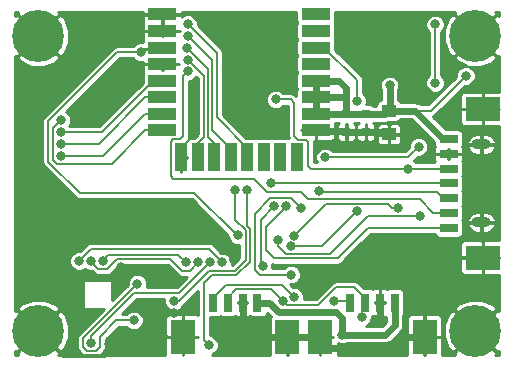
<source format=gbl>
G04 #@! TF.GenerationSoftware,KiCad,Pcbnew,no-vcs-found-bf44d39~61~ubuntu14.04.1*
G04 #@! TF.CreationDate,2018-02-05T18:36:56+01:00*
G04 #@! TF.ProjectId,beacon,626561636F6E2E6B696361645F706362,rev?*
G04 #@! TF.SameCoordinates,Original*
G04 #@! TF.FileFunction,Copper,L2,Bot,Signal*
G04 #@! TF.FilePolarity,Positive*
%FSLAX46Y46*%
G04 Gerber Fmt 4.6, Leading zero omitted, Abs format (unit mm)*
G04 Created by KiCad (PCBNEW no-vcs-found-bf44d39~61~ubuntu14.04.1) date Mon Feb  5 18:36:56 2018*
%MOMM*%
%LPD*%
G01*
G04 APERTURE LIST*
%ADD10O,1.600000X0.900000*%
%ADD11R,1.600000X0.800000*%
%ADD12R,3.000000X2.100000*%
%ADD13R,0.800000X1.600000*%
%ADD14R,2.100000X3.000000*%
%ADD15C,4.400000*%
%ADD16R,1.000000X2.450000*%
%ADD17R,2.450000X1.000000*%
%ADD18R,1.250000X1.000000*%
%ADD19R,0.750000X0.800000*%
%ADD20C,0.800000*%
%ADD21C,0.200000*%
%ADD22C,0.600000*%
%ADD23C,0.300000*%
%ADD24C,0.250000*%
%ADD25C,0.254000*%
G04 APERTURE END LIST*
D10*
X155025000Y-71700000D03*
X155025000Y-78300000D03*
D11*
X152250000Y-78750000D03*
X152250000Y-77500000D03*
X152250000Y-76250000D03*
X152250000Y-75000000D03*
X152250000Y-73750000D03*
X152250000Y-72500000D03*
X152250000Y-71250000D03*
D12*
X155150000Y-68700000D03*
X155150000Y-81300000D03*
D13*
X132300000Y-85100000D03*
X133550000Y-85100000D03*
X134800000Y-85100000D03*
X136050000Y-85100000D03*
D14*
X138600000Y-88000000D03*
X129750000Y-88000000D03*
D13*
X143925000Y-85100000D03*
X145175000Y-85100000D03*
X146425000Y-85100000D03*
X147675000Y-85100000D03*
D14*
X150225000Y-88000000D03*
X141375000Y-88000000D03*
D15*
X117500000Y-62500000D03*
X117500000Y-87500000D03*
X154500000Y-62500000D03*
X154500000Y-87500000D03*
D16*
X139400000Y-72800000D03*
X138000000Y-72800000D03*
X136600000Y-72800000D03*
X135200000Y-72800000D03*
X133800000Y-72800000D03*
X132400000Y-72800000D03*
X131000000Y-72800000D03*
X129600000Y-72800000D03*
D17*
X141000000Y-60700000D03*
X141000000Y-62100000D03*
X141000000Y-63500000D03*
X141000000Y-64900000D03*
X141000000Y-66300000D03*
X141000000Y-67700000D03*
X141000000Y-69100000D03*
X141000000Y-70500000D03*
X128000000Y-70500000D03*
X128000000Y-69100000D03*
X128000000Y-67700000D03*
X128000000Y-66300000D03*
X128000000Y-64900000D03*
X128000000Y-63500000D03*
X128000000Y-62100000D03*
X128000000Y-60700000D03*
D18*
X147200000Y-68850000D03*
X147200000Y-70850000D03*
D19*
X143600000Y-69150000D03*
X143600000Y-70650000D03*
X145250000Y-69150000D03*
X145250000Y-70650000D03*
D20*
X151100000Y-61550000D03*
X151100000Y-66499984D03*
X137600000Y-67900000D03*
X148800000Y-73750000D03*
X124600000Y-78700000D03*
X147300000Y-79700000D03*
X119800000Y-66300000D03*
X144500000Y-61600000D03*
X116600000Y-79600000D03*
X116600000Y-74800000D03*
X142449420Y-71671216D03*
X134105243Y-81527243D03*
X123475004Y-88600000D03*
X128650000Y-82700000D03*
X133650000Y-65450000D03*
X130649992Y-70750000D03*
X130650000Y-69200000D03*
X140550000Y-83700000D03*
X146950000Y-83600000D03*
X124500000Y-82100000D03*
X126009205Y-65467337D03*
X129000000Y-86000000D03*
X126150000Y-62250000D03*
X146000000Y-86600000D03*
X134250000Y-86550000D03*
X153700000Y-65900000D03*
X147249996Y-66700000D03*
X136500000Y-82000000D03*
X137499988Y-76950000D03*
X139144964Y-84596529D03*
X142575000Y-84950000D03*
X138216566Y-84968150D03*
X144950000Y-86300000D03*
X143250000Y-87800000D03*
X138500000Y-76950004D03*
X130175000Y-65525026D03*
X141275000Y-75675000D03*
X137200000Y-75000021D03*
X134400000Y-79400000D03*
X137800000Y-79760010D03*
X125900000Y-83500000D03*
X125600000Y-86600000D03*
X144475000Y-77370021D03*
X144500000Y-68000000D03*
X138872827Y-80331107D03*
X149700000Y-71899996D03*
X141790000Y-72800000D03*
X130175000Y-61525000D03*
X130175000Y-62525000D03*
X130124987Y-63525000D03*
X130175000Y-64525013D03*
X126200000Y-63900000D03*
X139189990Y-79425000D03*
X148000000Y-77050000D03*
X149850000Y-77750000D03*
X139725000Y-77075000D03*
X138910564Y-82735564D03*
X135200000Y-75550000D03*
X131950000Y-88700000D03*
X134200000Y-75550000D03*
X129000000Y-85000000D03*
X120975000Y-81575000D03*
X133074788Y-81699979D03*
X121935011Y-81574333D03*
X131050013Y-81700000D03*
X122950000Y-81575000D03*
X130050000Y-81699996D03*
X122010322Y-88499592D03*
X132050014Y-81699989D03*
X119450000Y-69649944D03*
X119450010Y-72649979D03*
X119450006Y-71649968D03*
X119450000Y-70649957D03*
D21*
X148800000Y-73750000D02*
X140600000Y-73750000D01*
X140600000Y-73750000D02*
X140360000Y-73510000D01*
X140360000Y-73510000D02*
X140360000Y-71510000D01*
X140360000Y-71510000D02*
X140140000Y-71290000D01*
X140140000Y-71290000D02*
X139490000Y-71290000D01*
X139490000Y-71290000D02*
X139190000Y-70990000D01*
X139190000Y-70990000D02*
X139190000Y-68190000D01*
X139190000Y-68190000D02*
X138900000Y-67900000D01*
X138900000Y-67900000D02*
X137600000Y-67900000D01*
X151100000Y-66499984D02*
X151100000Y-61550000D01*
X148800000Y-73750000D02*
X152250000Y-73750000D01*
D22*
X141000000Y-70500000D02*
X141100000Y-70600000D01*
D21*
X134105243Y-81527243D02*
X132588000Y-80010000D01*
X132588000Y-80010000D02*
X121158000Y-80010000D01*
X121158000Y-80010000D02*
X120142000Y-81026000D01*
X120142000Y-81026000D02*
X120142000Y-82042000D01*
X120904000Y-82804000D02*
X123796000Y-82804000D01*
X120142000Y-82042000D02*
X120904000Y-82804000D01*
X123796000Y-82804000D02*
X124100001Y-82499999D01*
X124100001Y-82499999D02*
X124500000Y-82100000D01*
D23*
X123115685Y-89575000D02*
X123475004Y-89215681D01*
X123475004Y-89165685D02*
X123475004Y-88600000D01*
X117500000Y-87500000D02*
X119575000Y-89575000D01*
X119575000Y-89575000D02*
X123115685Y-89575000D01*
X123475004Y-89215681D02*
X123475004Y-89165685D01*
D21*
X129600000Y-73000000D02*
X129600000Y-71990000D01*
X129600000Y-71990000D02*
X130649992Y-70940008D01*
X130649992Y-70940008D02*
X130649992Y-70750000D01*
X127200000Y-88000000D02*
X126850000Y-88350000D01*
X129750000Y-88000000D02*
X127200000Y-88000000D01*
D22*
X138600000Y-88000000D02*
X136300000Y-88000000D01*
X136300000Y-88000000D02*
X134800000Y-86500000D01*
X134800000Y-86500000D02*
X134800000Y-85100000D01*
X141375000Y-88000000D02*
X141375000Y-88450000D01*
X141375000Y-88450000D02*
X141875000Y-88950000D01*
X141875000Y-88950000D02*
X147625000Y-88950000D01*
X147625000Y-88950000D02*
X148575000Y-88000000D01*
X148575000Y-88000000D02*
X150225000Y-88000000D01*
X134800000Y-85100000D02*
X134800000Y-86400000D01*
X134800000Y-86400000D02*
X134675000Y-86525000D01*
X134675000Y-86525000D02*
X134275000Y-86525000D01*
X134275000Y-86525000D02*
X134250000Y-86550000D01*
D21*
X128000000Y-64900000D02*
X126575000Y-64900000D01*
X126575000Y-64900000D02*
X126009205Y-65465795D01*
X126009205Y-65465795D02*
X126009205Y-65467337D01*
X129000000Y-86000000D02*
X129565685Y-86000000D01*
X129565685Y-86000000D02*
X129750000Y-86184315D01*
X129750000Y-86184315D02*
X129750000Y-88000000D01*
X126400000Y-62000000D02*
X126500000Y-62100000D01*
X126500000Y-62100000D02*
X128000000Y-62100000D01*
X126150000Y-62250000D02*
X126400000Y-62000000D01*
D22*
X146425000Y-85100000D02*
X146425000Y-86175000D01*
X146425000Y-86175000D02*
X146000000Y-86600000D01*
X141375000Y-88000000D02*
X138600000Y-88000000D01*
X141100000Y-70600000D02*
X143550000Y-70600000D01*
X143550000Y-70600000D02*
X143600000Y-70650000D01*
X145250000Y-70650000D02*
X147000000Y-70650000D01*
X147000000Y-70650000D02*
X147200000Y-70850000D01*
X143600000Y-70650000D02*
X145250000Y-70650000D01*
D21*
X153300001Y-66299999D02*
X153700000Y-65900000D01*
X150750000Y-68850000D02*
X153300001Y-66299999D01*
X148700000Y-68850000D02*
X150750000Y-68850000D01*
D22*
X149400000Y-68850000D02*
X148700000Y-68850000D01*
X148700000Y-68850000D02*
X147325000Y-68850000D01*
X143600000Y-68700000D02*
X143600000Y-66900000D01*
X147249996Y-68774996D02*
X147249996Y-66700000D01*
X147325000Y-68850000D02*
X147249996Y-68774996D01*
X147200000Y-68850000D02*
X147325000Y-68850000D01*
X152250000Y-71250000D02*
X151800000Y-71250000D01*
X151800000Y-71250000D02*
X149400000Y-68850000D01*
X141000000Y-67700000D02*
X141000000Y-66300000D01*
X141000000Y-69100000D02*
X141000000Y-67700000D01*
X143600000Y-66900000D02*
X143000000Y-66300000D01*
X143000000Y-66300000D02*
X141000000Y-66300000D01*
X143600000Y-68700000D02*
X143600000Y-67700000D01*
X143600000Y-67700000D02*
X141000000Y-67700000D01*
X143600000Y-69150000D02*
X143600000Y-68700000D01*
X141000000Y-69100000D02*
X141050000Y-69150000D01*
X141050000Y-69150000D02*
X143600000Y-69150000D01*
X143600000Y-69150000D02*
X145250000Y-69150000D01*
X145250000Y-69150000D02*
X146900000Y-69150000D01*
X146900000Y-69150000D02*
X147200000Y-68850000D01*
D21*
X137499988Y-76950000D02*
X136383977Y-78066011D01*
X136383977Y-78066011D02*
X136383977Y-81883977D01*
X136383977Y-81883977D02*
X136400000Y-81900000D01*
X136400000Y-81900000D02*
X136500000Y-82000000D01*
X138123409Y-83574974D02*
X139144964Y-84596529D01*
X133425026Y-83574974D02*
X138123409Y-83574974D01*
X132300000Y-85100000D02*
X132300000Y-84700000D01*
X132300000Y-84700000D02*
X133425026Y-83574974D01*
X142575000Y-84950000D02*
X143775000Y-84950000D01*
X143775000Y-84950000D02*
X143925000Y-85100000D01*
X145175000Y-84700000D02*
X144275000Y-83800000D01*
X144275000Y-83800000D02*
X142725000Y-83800000D01*
X145175000Y-85100000D02*
X145175000Y-84700000D01*
X134275000Y-83975000D02*
X137223416Y-83975000D01*
X141228469Y-85296531D02*
X138544947Y-85296531D01*
X138544947Y-85296531D02*
X138216566Y-84968150D01*
X133550000Y-85100000D02*
X133550000Y-84700000D01*
X133550000Y-84700000D02*
X134275000Y-83975000D01*
X137223416Y-83975000D02*
X138216566Y-84968150D01*
X142725000Y-83800000D02*
X141228469Y-85296531D01*
X144950000Y-86300000D02*
X144950000Y-84834998D01*
X144950000Y-86300000D02*
X144950000Y-85325000D01*
X144950000Y-85325000D02*
X145175000Y-85100000D01*
D22*
X137050000Y-85100000D02*
X137850002Y-85900002D01*
X136050000Y-85100000D02*
X137050000Y-85100000D01*
X143250000Y-86424998D02*
X143250000Y-87800000D01*
X137850002Y-85900002D02*
X142725004Y-85900002D01*
X142725004Y-85900002D02*
X143250000Y-86424998D01*
X143250000Y-87800000D02*
X146900000Y-87800000D01*
X146900000Y-87800000D02*
X147675000Y-87025000D01*
X147675000Y-87025000D02*
X147675000Y-85100000D01*
D21*
X152250000Y-78750000D02*
X145450000Y-78750000D01*
X139339868Y-81350000D02*
X139338749Y-81351119D01*
X145450000Y-78750000D02*
X142850000Y-81350000D01*
X142850000Y-81350000D02*
X139339868Y-81350000D01*
X136743988Y-80613921D02*
X136743988Y-78706016D01*
X139338749Y-81351119D02*
X137481186Y-81351119D01*
X137481186Y-81351119D02*
X136743988Y-80613921D01*
X136743988Y-78706016D02*
X138100001Y-77350003D01*
X138100001Y-77350003D02*
X138500000Y-76950004D01*
X152250000Y-77500000D02*
X150950000Y-77500000D01*
X149800000Y-76350000D02*
X140363998Y-76350000D01*
X136863999Y-75700022D02*
X135763977Y-74600000D01*
X139714020Y-75700022D02*
X136863999Y-75700022D01*
X150950000Y-77500000D02*
X149800000Y-76350000D01*
X140363998Y-76350000D02*
X139714020Y-75700022D01*
X129775001Y-71004999D02*
X129775001Y-65925025D01*
X135763977Y-74600000D02*
X128934998Y-74600000D01*
X128934998Y-74600000D02*
X128725000Y-74390002D01*
X128725000Y-71481998D02*
X128926998Y-71280000D01*
X128725000Y-74390002D02*
X128725000Y-71481998D01*
X128926998Y-71280000D02*
X129500000Y-71280000D01*
X129500000Y-71280000D02*
X129775001Y-71004999D01*
X129775001Y-65925025D02*
X130175000Y-65525026D01*
X152250000Y-76250000D02*
X151800000Y-76250000D01*
X151800000Y-76250000D02*
X151250000Y-75700000D01*
X151250000Y-75700000D02*
X141300000Y-75700000D01*
X141300000Y-75700000D02*
X141275000Y-75675000D01*
X152250000Y-75000000D02*
X137200021Y-75000000D01*
X137200021Y-75000000D02*
X137200000Y-75000021D01*
X126200000Y-63900000D02*
X124163998Y-63900000D01*
X124163998Y-63900000D02*
X118349989Y-69714009D01*
X118349989Y-69714009D02*
X118349989Y-73149989D01*
X118349989Y-73149989D02*
X121000000Y-75800000D01*
X121000000Y-75800000D02*
X130700000Y-75800000D01*
X130700000Y-75800000D02*
X134300000Y-79400000D01*
X134300000Y-79400000D02*
X134400000Y-79400000D01*
X149850000Y-77750000D02*
X145450000Y-77750000D01*
X139189628Y-80991108D02*
X138465413Y-80991108D01*
X145450000Y-77750000D02*
X142212057Y-80987943D01*
X142212057Y-80987943D02*
X139192793Y-80987943D01*
X139192793Y-80987943D02*
X139189628Y-80991108D01*
X138465413Y-80991108D02*
X137800000Y-80325695D01*
X137800000Y-80325695D02*
X137800000Y-79760010D01*
X136258760Y-82735564D02*
X135839998Y-82316802D01*
X139325001Y-76675001D02*
X139725000Y-77075000D01*
X137163987Y-76249999D02*
X138899999Y-76249999D01*
X135839998Y-77573988D02*
X137163987Y-76249999D01*
X138899999Y-76249999D02*
X139325001Y-76675001D01*
X138910564Y-82735564D02*
X136258760Y-82735564D01*
X135839998Y-82316802D02*
X135839998Y-77573988D01*
X131550001Y-88300001D02*
X131550001Y-83449999D01*
X135200000Y-76115685D02*
X135200000Y-75550000D01*
X135200000Y-78614511D02*
X135200000Y-76115685D01*
X131950000Y-88700000D02*
X131550001Y-88300001D01*
X131550001Y-83449999D02*
X132200000Y-82800000D01*
X132200000Y-82800000D02*
X134275000Y-82800000D01*
X134275000Y-82800000D02*
X135420012Y-81654988D01*
X135420012Y-81654988D02*
X135420012Y-78834523D01*
X135420012Y-78834523D02*
X135200000Y-78614511D01*
X129000000Y-85000000D02*
X129400000Y-85000000D01*
X135060001Y-81505867D02*
X135060001Y-78983644D01*
X134200000Y-76115685D02*
X134200000Y-75550000D01*
X134165879Y-82399989D02*
X135060001Y-81505867D01*
X134200000Y-78123643D02*
X134200000Y-76115685D01*
X129400000Y-85000000D02*
X132000011Y-82399989D01*
X132000011Y-82399989D02*
X134165879Y-82399989D01*
X135060001Y-78983644D02*
X134200000Y-78123643D01*
X122710323Y-88835593D02*
X122380927Y-89164989D01*
X121310321Y-88835593D02*
X121310321Y-88089679D01*
X122710323Y-87989677D02*
X122710323Y-88835593D01*
X124100000Y-86600000D02*
X122710323Y-87989677D01*
X125600000Y-86600000D02*
X124100000Y-86600000D01*
X121310321Y-88089679D02*
X125500001Y-83899999D01*
X125500001Y-83899999D02*
X125900000Y-83500000D01*
X121639717Y-89164989D02*
X121310321Y-88835593D01*
X122380927Y-89164989D02*
X121639717Y-89164989D01*
X144475000Y-77370021D02*
X141513914Y-80331107D01*
X144500000Y-66275000D02*
X144500000Y-68000000D01*
X141725000Y-63500000D02*
X144500000Y-66275000D01*
X141513914Y-80331107D02*
X139438512Y-80331107D01*
X139438512Y-80331107D02*
X138872827Y-80331107D01*
X149300001Y-72299995D02*
X149700000Y-71899996D01*
X148799996Y-72800000D02*
X149300001Y-72299995D01*
X141790000Y-72800000D02*
X148799996Y-72800000D01*
X135200000Y-73000000D02*
X135200000Y-72010000D01*
X135200000Y-72010000D02*
X132600000Y-69410000D01*
X132600000Y-69410000D02*
X132600000Y-63950000D01*
X132600000Y-63950000D02*
X130175000Y-61525000D01*
X133800000Y-73000000D02*
X133850000Y-72950000D01*
X133850000Y-72100000D02*
X132239989Y-70489989D01*
X133850000Y-72950000D02*
X133850000Y-72100000D01*
X132239989Y-70489989D02*
X132239989Y-64589989D01*
X132239989Y-64589989D02*
X130175000Y-62525000D01*
X131879978Y-65279991D02*
X130124987Y-63525000D01*
X132400000Y-71575000D02*
X131879978Y-71054978D01*
X132400000Y-73000000D02*
X132400000Y-71575000D01*
X131879978Y-71054978D02*
X131879978Y-65279991D01*
X131519967Y-65869980D02*
X130175000Y-64525013D01*
X131519967Y-71055033D02*
X131519967Y-65869980D01*
X131000000Y-73000000D02*
X131000000Y-71575000D01*
X131000000Y-71575000D02*
X131519967Y-71055033D01*
D24*
X128000000Y-63550000D02*
X128000000Y-63500000D01*
X127950000Y-63600000D02*
X128000000Y-63550000D01*
X126500000Y-63600000D02*
X127950000Y-63600000D01*
X126200000Y-63900000D02*
X126500000Y-63600000D01*
D21*
X147094326Y-76710011D02*
X141904979Y-76710011D01*
X141904979Y-76710011D02*
X139589989Y-79025001D01*
X147434315Y-77050000D02*
X147094326Y-76710011D01*
X139589989Y-79025001D02*
X139189990Y-79425000D01*
X148000000Y-77050000D02*
X147434315Y-77050000D01*
X121374999Y-81175001D02*
X120975000Y-81575000D01*
X122001290Y-80548710D02*
X121374999Y-81175001D01*
X131923519Y-80548710D02*
X122001290Y-80548710D01*
X133074788Y-81699979D02*
X131923519Y-80548710D01*
X123341801Y-82235001D02*
X122595679Y-82235001D01*
X131050013Y-81700000D02*
X130350013Y-82400000D01*
X122335010Y-81974332D02*
X121935011Y-81574333D01*
X130350013Y-82400000D02*
X129700000Y-82400000D01*
X129700000Y-82400000D02*
X128700000Y-81400000D01*
X128700000Y-81400000D02*
X124176802Y-81400000D01*
X124176802Y-81400000D02*
X123341801Y-82235001D01*
X122595679Y-82235001D02*
X122335010Y-81974332D01*
X123349999Y-81175001D02*
X122950000Y-81575000D01*
X130050000Y-81699996D02*
X129375005Y-81025001D01*
X123499999Y-81025001D02*
X123349999Y-81175001D01*
X129375005Y-81025001D02*
X123499999Y-81025001D01*
X132050014Y-81699989D02*
X129450004Y-84299999D01*
X125644230Y-84299999D02*
X122010322Y-87933907D01*
X122010322Y-87933907D02*
X122010322Y-88499592D01*
X129450004Y-84299999D02*
X125644230Y-84299999D01*
X141000000Y-63500000D02*
X141725000Y-63500000D01*
X141800000Y-63500000D02*
X141000000Y-63500000D01*
X126575000Y-70500000D02*
X123725011Y-73349989D01*
X118750000Y-70349944D02*
X119450000Y-69649944D01*
X119113988Y-73349989D02*
X118750000Y-72986001D01*
X123725011Y-73349989D02*
X119113988Y-73349989D01*
X118750000Y-72986001D02*
X118750000Y-70349944D01*
X128000000Y-70500000D02*
X126575000Y-70500000D01*
X123025021Y-72649979D02*
X119450010Y-72649979D01*
X128000000Y-69100000D02*
X126575000Y-69100000D01*
X126575000Y-69100000D02*
X123025021Y-72649979D01*
X128000000Y-67700000D02*
X126575000Y-67700000D01*
X122625032Y-71649968D02*
X119450006Y-71649968D01*
X126575000Y-67700000D02*
X122625032Y-71649968D01*
X122900043Y-70649957D02*
X119450000Y-70649957D01*
X128000000Y-66300000D02*
X127250000Y-66300000D01*
X127250000Y-66300000D02*
X122900043Y-70649957D01*
D25*
G36*
X152697858Y-60665332D02*
X154500000Y-62467473D01*
X156302142Y-60665332D01*
X156185703Y-60502000D01*
X156498000Y-60502000D01*
X156498000Y-60814297D01*
X156334668Y-60697858D01*
X154532527Y-62500000D01*
X156334668Y-64302142D01*
X156498000Y-64185703D01*
X156498000Y-67223000D01*
X155279750Y-67223000D01*
X155173000Y-67329750D01*
X155173000Y-68677000D01*
X156498000Y-68677000D01*
X156498000Y-68723000D01*
X155173000Y-68723000D01*
X155173000Y-70070250D01*
X155279750Y-70177000D01*
X156498000Y-70177000D01*
X156498000Y-79823000D01*
X155279750Y-79823000D01*
X155173000Y-79929750D01*
X155173000Y-81277000D01*
X156498000Y-81277000D01*
X156498000Y-81323000D01*
X155173000Y-81323000D01*
X155173000Y-82670250D01*
X155279750Y-82777000D01*
X156498000Y-82777000D01*
X156498000Y-85814297D01*
X156334668Y-85697858D01*
X154532527Y-87500000D01*
X156334668Y-89302142D01*
X156498000Y-89185703D01*
X156498000Y-89498000D01*
X156185703Y-89498000D01*
X156302142Y-89334668D01*
X154500000Y-87532527D01*
X152697858Y-89334668D01*
X152814297Y-89498000D01*
X151702000Y-89498000D01*
X151702000Y-88129750D01*
X151595250Y-88023000D01*
X150248000Y-88023000D01*
X150248000Y-89498000D01*
X150202000Y-89498000D01*
X150202000Y-88023000D01*
X148854750Y-88023000D01*
X148748000Y-88129750D01*
X148748000Y-89498000D01*
X142852000Y-89498000D01*
X142852000Y-88530199D01*
X143084778Y-88626856D01*
X143413779Y-88627143D01*
X143656143Y-88527000D01*
X146899995Y-88527000D01*
X146900000Y-88527001D01*
X147153567Y-88476562D01*
X147178211Y-88471660D01*
X147414067Y-88314067D01*
X148189064Y-87539069D01*
X148189067Y-87539067D01*
X148346660Y-87303211D01*
X148346661Y-87303210D01*
X148402001Y-87025000D01*
X148402000Y-87024995D01*
X148402000Y-86415064D01*
X148748000Y-86415064D01*
X148748000Y-87870250D01*
X148854750Y-87977000D01*
X150202000Y-87977000D01*
X150202000Y-86179750D01*
X150248000Y-86179750D01*
X150248000Y-87977000D01*
X151595250Y-87977000D01*
X151630544Y-87941706D01*
X151858206Y-87941706D01*
X152228335Y-88919054D01*
X152319636Y-89055697D01*
X152665332Y-89302142D01*
X154467473Y-87500000D01*
X152665332Y-85697858D01*
X152319636Y-85944303D01*
X151890267Y-86897112D01*
X151858206Y-87941706D01*
X151630544Y-87941706D01*
X151702000Y-87870250D01*
X151702000Y-86415064D01*
X151636993Y-86258124D01*
X151516876Y-86138007D01*
X151359935Y-86073000D01*
X150354750Y-86073000D01*
X150248000Y-86179750D01*
X150202000Y-86179750D01*
X150095250Y-86073000D01*
X149090065Y-86073000D01*
X148933124Y-86138007D01*
X148813007Y-86258124D01*
X148748000Y-86415064D01*
X148402000Y-86415064D01*
X148402000Y-86179190D01*
X148477225Y-86066607D01*
X148510365Y-85900000D01*
X148510365Y-85665332D01*
X152697858Y-85665332D01*
X154500000Y-87467473D01*
X156302142Y-85665332D01*
X156055697Y-85319636D01*
X155102888Y-84890267D01*
X154058294Y-84858206D01*
X153080946Y-85228335D01*
X152944303Y-85319636D01*
X152697858Y-85665332D01*
X148510365Y-85665332D01*
X148510365Y-84300000D01*
X148477225Y-84133393D01*
X148382850Y-83992150D01*
X148241607Y-83897775D01*
X148075000Y-83864635D01*
X147275000Y-83864635D01*
X147108393Y-83897775D01*
X147055335Y-83933227D01*
X146909935Y-83873000D01*
X146554750Y-83873000D01*
X146448000Y-83979750D01*
X146448000Y-85077000D01*
X146839635Y-85077000D01*
X146839635Y-85123000D01*
X146448000Y-85123000D01*
X146448000Y-86220250D01*
X146554750Y-86327000D01*
X146909935Y-86327000D01*
X146948000Y-86311233D01*
X146948000Y-86723867D01*
X146598866Y-87073000D01*
X145244815Y-87073000D01*
X145417846Y-87001505D01*
X145650688Y-86769070D01*
X145776856Y-86465222D01*
X145777019Y-86278564D01*
X145794665Y-86266773D01*
X145940065Y-86327000D01*
X146295250Y-86327000D01*
X146402000Y-86220250D01*
X146402000Y-85123000D01*
X146010365Y-85123000D01*
X146010365Y-85077000D01*
X146402000Y-85077000D01*
X146402000Y-83979750D01*
X146295250Y-83873000D01*
X145940065Y-83873000D01*
X145794665Y-83933227D01*
X145741607Y-83897775D01*
X145575000Y-83864635D01*
X145084925Y-83864635D01*
X144647645Y-83427355D01*
X144476675Y-83313115D01*
X144275000Y-83273000D01*
X142725000Y-83273000D01*
X142523326Y-83313115D01*
X142523324Y-83313116D01*
X142523325Y-83313116D01*
X142352354Y-83427355D01*
X141010179Y-84769531D01*
X139968589Y-84769531D01*
X139971820Y-84761751D01*
X139972107Y-84432750D01*
X139846469Y-84128683D01*
X139614034Y-83895841D01*
X139310186Y-83769673D01*
X139063183Y-83769458D01*
X138856242Y-83562517D01*
X139074343Y-83562707D01*
X139378410Y-83437069D01*
X139611252Y-83204634D01*
X139737420Y-82900786D01*
X139737707Y-82571785D01*
X139612069Y-82267718D01*
X139379634Y-82034876D01*
X139075786Y-81908708D01*
X138746785Y-81908421D01*
X138442718Y-82034059D01*
X138267907Y-82208564D01*
X137308859Y-82208564D01*
X137326856Y-82165222D01*
X137327133Y-81847476D01*
X137481186Y-81878119D01*
X139338749Y-81878119D01*
X139344375Y-81877000D01*
X142850000Y-81877000D01*
X143051675Y-81836885D01*
X143222645Y-81722645D01*
X143515540Y-81429750D01*
X153223000Y-81429750D01*
X153223000Y-82434935D01*
X153288007Y-82591876D01*
X153408124Y-82711993D01*
X153565064Y-82777000D01*
X155020250Y-82777000D01*
X155127000Y-82670250D01*
X155127000Y-81323000D01*
X153329750Y-81323000D01*
X153223000Y-81429750D01*
X143515540Y-81429750D01*
X144780225Y-80165065D01*
X153223000Y-80165065D01*
X153223000Y-81170250D01*
X153329750Y-81277000D01*
X155127000Y-81277000D01*
X155127000Y-79929750D01*
X155020250Y-79823000D01*
X153565064Y-79823000D01*
X153408124Y-79888007D01*
X153288007Y-80008124D01*
X153223000Y-80165065D01*
X144780225Y-80165065D01*
X145668290Y-79277000D01*
X151039897Y-79277000D01*
X151047775Y-79316607D01*
X151142150Y-79457850D01*
X151283393Y-79552225D01*
X151450000Y-79585365D01*
X153050000Y-79585365D01*
X153216607Y-79552225D01*
X153357850Y-79457850D01*
X153452225Y-79316607D01*
X153485365Y-79150000D01*
X153485365Y-78459863D01*
X153812694Y-78459863D01*
X153855955Y-78614364D01*
X154038603Y-78903869D01*
X154318137Y-79101441D01*
X154652000Y-79177000D01*
X155002000Y-79177000D01*
X155002000Y-78323000D01*
X155048000Y-78323000D01*
X155048000Y-79177000D01*
X155398000Y-79177000D01*
X155731863Y-79101441D01*
X156011397Y-78903869D01*
X156194045Y-78614364D01*
X156237306Y-78459863D01*
X156144907Y-78323000D01*
X155048000Y-78323000D01*
X155002000Y-78323000D01*
X153905093Y-78323000D01*
X153812694Y-78459863D01*
X153485365Y-78459863D01*
X153485365Y-78350000D01*
X153452225Y-78183393D01*
X153423323Y-78140137D01*
X153812694Y-78140137D01*
X153905093Y-78277000D01*
X155002000Y-78277000D01*
X155002000Y-77423000D01*
X155048000Y-77423000D01*
X155048000Y-78277000D01*
X156144907Y-78277000D01*
X156237306Y-78140137D01*
X156194045Y-77985636D01*
X156011397Y-77696131D01*
X155731863Y-77498559D01*
X155398000Y-77423000D01*
X155048000Y-77423000D01*
X155002000Y-77423000D01*
X154652000Y-77423000D01*
X154318137Y-77498559D01*
X154038603Y-77696131D01*
X153855955Y-77985636D01*
X153812694Y-78140137D01*
X153423323Y-78140137D01*
X153413208Y-78125000D01*
X153452225Y-78066607D01*
X153485365Y-77900000D01*
X153485365Y-77100000D01*
X153452225Y-76933393D01*
X153413208Y-76875000D01*
X153452225Y-76816607D01*
X153485365Y-76650000D01*
X153485365Y-75850000D01*
X153452225Y-75683393D01*
X153413208Y-75625000D01*
X153452225Y-75566607D01*
X153485365Y-75400000D01*
X153485365Y-74600000D01*
X153452225Y-74433393D01*
X153413208Y-74375000D01*
X153452225Y-74316607D01*
X153485365Y-74150000D01*
X153485365Y-73350000D01*
X153452225Y-73183393D01*
X153416773Y-73130335D01*
X153477000Y-72984935D01*
X153477000Y-72629750D01*
X153370250Y-72523000D01*
X152273000Y-72523000D01*
X152273000Y-72914635D01*
X152227000Y-72914635D01*
X152227000Y-72523000D01*
X151129750Y-72523000D01*
X151023000Y-72629750D01*
X151023000Y-72984935D01*
X151083227Y-73130335D01*
X151047775Y-73183393D01*
X151039897Y-73223000D01*
X149442454Y-73223000D01*
X149282510Y-73062776D01*
X149618361Y-72726925D01*
X149863779Y-72727139D01*
X150167846Y-72601501D01*
X150400688Y-72369066D01*
X150526856Y-72065218D01*
X150527143Y-71736217D01*
X150401505Y-71432150D01*
X150169070Y-71199308D01*
X149865222Y-71073140D01*
X149536221Y-71072853D01*
X149232154Y-71198491D01*
X148999312Y-71430926D01*
X148873144Y-71734774D01*
X148872929Y-71981777D01*
X148581706Y-72273000D01*
X142432454Y-72273000D01*
X142259070Y-72099312D01*
X141955222Y-71973144D01*
X141626221Y-71972857D01*
X141322154Y-72098495D01*
X141089312Y-72330930D01*
X140963144Y-72634778D01*
X140962857Y-72963779D01*
X141069965Y-73223000D01*
X140887000Y-73223000D01*
X140887000Y-71510000D01*
X140870614Y-71427623D01*
X140870451Y-71426799D01*
X140977000Y-71320250D01*
X140977000Y-70523000D01*
X141023000Y-70523000D01*
X141023000Y-71320250D01*
X141129750Y-71427000D01*
X142309935Y-71427000D01*
X142466876Y-71361993D01*
X142586993Y-71241876D01*
X142652000Y-71084936D01*
X142652000Y-70779750D01*
X142798000Y-70779750D01*
X142798000Y-71134935D01*
X142863007Y-71291876D01*
X142983124Y-71411993D01*
X143140064Y-71477000D01*
X143470250Y-71477000D01*
X143577000Y-71370250D01*
X143577000Y-70673000D01*
X143623000Y-70673000D01*
X143623000Y-71370250D01*
X143729750Y-71477000D01*
X144059936Y-71477000D01*
X144216876Y-71411993D01*
X144336993Y-71291876D01*
X144402000Y-71134935D01*
X144402000Y-70779750D01*
X144448000Y-70779750D01*
X144448000Y-71134935D01*
X144513007Y-71291876D01*
X144633124Y-71411993D01*
X144790064Y-71477000D01*
X145120250Y-71477000D01*
X145227000Y-71370250D01*
X145227000Y-70673000D01*
X145273000Y-70673000D01*
X145273000Y-71370250D01*
X145379750Y-71477000D01*
X145709936Y-71477000D01*
X145866876Y-71411993D01*
X145986993Y-71291876D01*
X146052000Y-71134935D01*
X146052000Y-70979750D01*
X146148000Y-70979750D01*
X146148000Y-71434935D01*
X146213007Y-71591876D01*
X146333124Y-71711993D01*
X146490064Y-71777000D01*
X147070250Y-71777000D01*
X147177000Y-71670250D01*
X147177000Y-70873000D01*
X147223000Y-70873000D01*
X147223000Y-71670250D01*
X147329750Y-71777000D01*
X147909936Y-71777000D01*
X148066876Y-71711993D01*
X148186993Y-71591876D01*
X148252000Y-71434935D01*
X148252000Y-70979750D01*
X148145250Y-70873000D01*
X147223000Y-70873000D01*
X147177000Y-70873000D01*
X146254750Y-70873000D01*
X146148000Y-70979750D01*
X146052000Y-70979750D01*
X146052000Y-70779750D01*
X145945250Y-70673000D01*
X145273000Y-70673000D01*
X145227000Y-70673000D01*
X144554750Y-70673000D01*
X144448000Y-70779750D01*
X144402000Y-70779750D01*
X144295250Y-70673000D01*
X143623000Y-70673000D01*
X143577000Y-70673000D01*
X142904750Y-70673000D01*
X142798000Y-70779750D01*
X142652000Y-70779750D01*
X142652000Y-70629750D01*
X142545250Y-70523000D01*
X141023000Y-70523000D01*
X140977000Y-70523000D01*
X139717000Y-70523000D01*
X139717000Y-70477000D01*
X140977000Y-70477000D01*
X140977000Y-70035365D01*
X141023000Y-70035365D01*
X141023000Y-70477000D01*
X142545250Y-70477000D01*
X142652000Y-70370250D01*
X142652000Y-69915064D01*
X142636233Y-69877000D01*
X142945810Y-69877000D01*
X142974776Y-69896355D01*
X142863007Y-70008124D01*
X142798000Y-70165065D01*
X142798000Y-70520250D01*
X142904750Y-70627000D01*
X143577000Y-70627000D01*
X143577000Y-69985365D01*
X143623000Y-69985365D01*
X143623000Y-70627000D01*
X144295250Y-70627000D01*
X144402000Y-70520250D01*
X144402000Y-70165065D01*
X144336993Y-70008124D01*
X144225224Y-69896355D01*
X144254190Y-69877000D01*
X144595810Y-69877000D01*
X144624776Y-69896355D01*
X144513007Y-70008124D01*
X144448000Y-70165065D01*
X144448000Y-70520250D01*
X144554750Y-70627000D01*
X145227000Y-70627000D01*
X145227000Y-69985365D01*
X145273000Y-69985365D01*
X145273000Y-70627000D01*
X145945250Y-70627000D01*
X146052000Y-70520250D01*
X146052000Y-70265065D01*
X146148000Y-70265065D01*
X146148000Y-70720250D01*
X146254750Y-70827000D01*
X147177000Y-70827000D01*
X147177000Y-70029750D01*
X147223000Y-70029750D01*
X147223000Y-70827000D01*
X148145250Y-70827000D01*
X148252000Y-70720250D01*
X148252000Y-70265065D01*
X148186993Y-70108124D01*
X148066876Y-69988007D01*
X147909936Y-69923000D01*
X147329750Y-69923000D01*
X147223000Y-70029750D01*
X147177000Y-70029750D01*
X147070250Y-69923000D01*
X146490064Y-69923000D01*
X146333124Y-69988007D01*
X146213007Y-70108124D01*
X146148000Y-70265065D01*
X146052000Y-70265065D01*
X146052000Y-70165065D01*
X145986993Y-70008124D01*
X145875224Y-69896355D01*
X145904190Y-69877000D01*
X146899995Y-69877000D01*
X146900000Y-69877001D01*
X147151365Y-69827000D01*
X147178211Y-69821660D01*
X147232531Y-69785365D01*
X147825000Y-69785365D01*
X147991607Y-69752225D01*
X148132850Y-69657850D01*
X148186872Y-69577000D01*
X149098866Y-69577000D01*
X151014635Y-71492768D01*
X151014635Y-71650000D01*
X151047775Y-71816607D01*
X151083227Y-71869665D01*
X151023000Y-72015065D01*
X151023000Y-72370250D01*
X151129750Y-72477000D01*
X152227000Y-72477000D01*
X152227000Y-72085365D01*
X152273000Y-72085365D01*
X152273000Y-72477000D01*
X153370250Y-72477000D01*
X153477000Y-72370250D01*
X153477000Y-72015065D01*
X153416773Y-71869665D01*
X153423322Y-71859863D01*
X153812694Y-71859863D01*
X153855955Y-72014364D01*
X154038603Y-72303869D01*
X154318137Y-72501441D01*
X154652000Y-72577000D01*
X155002000Y-72577000D01*
X155002000Y-71723000D01*
X155048000Y-71723000D01*
X155048000Y-72577000D01*
X155398000Y-72577000D01*
X155731863Y-72501441D01*
X156011397Y-72303869D01*
X156194045Y-72014364D01*
X156237306Y-71859863D01*
X156144907Y-71723000D01*
X155048000Y-71723000D01*
X155002000Y-71723000D01*
X153905093Y-71723000D01*
X153812694Y-71859863D01*
X153423322Y-71859863D01*
X153452225Y-71816607D01*
X153485365Y-71650000D01*
X153485365Y-71540137D01*
X153812694Y-71540137D01*
X153905093Y-71677000D01*
X155002000Y-71677000D01*
X155002000Y-70823000D01*
X155048000Y-70823000D01*
X155048000Y-71677000D01*
X156144907Y-71677000D01*
X156237306Y-71540137D01*
X156194045Y-71385636D01*
X156011397Y-71096131D01*
X155731863Y-70898559D01*
X155398000Y-70823000D01*
X155048000Y-70823000D01*
X155002000Y-70823000D01*
X154652000Y-70823000D01*
X154318137Y-70898559D01*
X154038603Y-71096131D01*
X153855955Y-71385636D01*
X153812694Y-71540137D01*
X153485365Y-71540137D01*
X153485365Y-70850000D01*
X153452225Y-70683393D01*
X153357850Y-70542150D01*
X153216607Y-70447775D01*
X153050000Y-70414635D01*
X151992768Y-70414635D01*
X150921100Y-69342967D01*
X150951675Y-69336885D01*
X151122645Y-69222645D01*
X151515540Y-68829750D01*
X153223000Y-68829750D01*
X153223000Y-69834935D01*
X153288007Y-69991876D01*
X153408124Y-70111993D01*
X153565064Y-70177000D01*
X155020250Y-70177000D01*
X155127000Y-70070250D01*
X155127000Y-68723000D01*
X153329750Y-68723000D01*
X153223000Y-68829750D01*
X151515540Y-68829750D01*
X152780225Y-67565065D01*
X153223000Y-67565065D01*
X153223000Y-68570250D01*
X153329750Y-68677000D01*
X155127000Y-68677000D01*
X155127000Y-67329750D01*
X155020250Y-67223000D01*
X153565064Y-67223000D01*
X153408124Y-67288007D01*
X153288007Y-67408124D01*
X153223000Y-67565065D01*
X152780225Y-67565065D01*
X153618361Y-66726929D01*
X153863779Y-66727143D01*
X154167846Y-66601505D01*
X154400688Y-66369070D01*
X154526856Y-66065222D01*
X154527143Y-65736221D01*
X154401505Y-65432154D01*
X154169070Y-65199312D01*
X153957826Y-65111596D01*
X154941706Y-65141794D01*
X155919054Y-64771665D01*
X156055697Y-64680364D01*
X156302142Y-64334668D01*
X154500000Y-62532527D01*
X152697858Y-64334668D01*
X152944303Y-64680364D01*
X153815822Y-65073101D01*
X153536221Y-65072857D01*
X153232154Y-65198495D01*
X152999312Y-65430930D01*
X152873144Y-65734778D01*
X152872929Y-65981781D01*
X150531710Y-68323000D01*
X149894711Y-68323000D01*
X149882192Y-68314635D01*
X149678211Y-68178340D01*
X149609312Y-68164635D01*
X149400000Y-68122999D01*
X149399995Y-68123000D01*
X148186872Y-68123000D01*
X148132850Y-68042150D01*
X147991607Y-67947775D01*
X147976996Y-67944869D01*
X147976996Y-67105703D01*
X148076852Y-66865222D01*
X148077139Y-66536221D01*
X147951501Y-66232154D01*
X147719066Y-65999312D01*
X147415218Y-65873144D01*
X147086217Y-65872857D01*
X146782150Y-65998495D01*
X146549308Y-66230930D01*
X146423140Y-66534778D01*
X146422853Y-66863779D01*
X146522996Y-67106143D01*
X146522996Y-67924979D01*
X146408393Y-67947775D01*
X146267150Y-68042150D01*
X146172775Y-68183393D01*
X146139635Y-68350000D01*
X146139635Y-68423000D01*
X145904190Y-68423000D01*
X145791607Y-68347775D01*
X145625000Y-68314635D01*
X145264815Y-68314635D01*
X145326856Y-68165222D01*
X145327143Y-67836221D01*
X145201505Y-67532154D01*
X145027000Y-67357343D01*
X145027000Y-66275000D01*
X144986885Y-66073326D01*
X144956826Y-66028340D01*
X144872646Y-65902355D01*
X142660365Y-63690075D01*
X142660365Y-63000000D01*
X142627225Y-62833393D01*
X142604913Y-62800000D01*
X142627225Y-62766607D01*
X142660365Y-62600000D01*
X142660365Y-61713779D01*
X150272857Y-61713779D01*
X150398495Y-62017846D01*
X150573000Y-62192657D01*
X150573000Y-65857530D01*
X150399312Y-66030914D01*
X150273144Y-66334762D01*
X150272857Y-66663763D01*
X150398495Y-66967830D01*
X150630930Y-67200672D01*
X150934778Y-67326840D01*
X151263779Y-67327127D01*
X151567846Y-67201489D01*
X151800688Y-66969054D01*
X151926856Y-66665206D01*
X151927143Y-66336205D01*
X151801505Y-66032138D01*
X151627000Y-65857327D01*
X151627000Y-62941706D01*
X151858206Y-62941706D01*
X152228335Y-63919054D01*
X152319636Y-64055697D01*
X152665332Y-64302142D01*
X154467473Y-62500000D01*
X152665332Y-60697858D01*
X152319636Y-60944303D01*
X151890267Y-61897112D01*
X151858206Y-62941706D01*
X151627000Y-62941706D01*
X151627000Y-62192454D01*
X151800688Y-62019070D01*
X151926856Y-61715222D01*
X151927143Y-61386221D01*
X151801505Y-61082154D01*
X151569070Y-60849312D01*
X151265222Y-60723144D01*
X150936221Y-60722857D01*
X150632154Y-60848495D01*
X150399312Y-61080930D01*
X150273144Y-61384778D01*
X150272857Y-61713779D01*
X142660365Y-61713779D01*
X142660365Y-61600000D01*
X142627225Y-61433393D01*
X142604913Y-61400000D01*
X142627225Y-61366607D01*
X142660365Y-61200000D01*
X142660365Y-60502000D01*
X152814297Y-60502000D01*
X152697858Y-60665332D01*
X152697858Y-60665332D01*
G37*
X152697858Y-60665332D02*
X154500000Y-62467473D01*
X156302142Y-60665332D01*
X156185703Y-60502000D01*
X156498000Y-60502000D01*
X156498000Y-60814297D01*
X156334668Y-60697858D01*
X154532527Y-62500000D01*
X156334668Y-64302142D01*
X156498000Y-64185703D01*
X156498000Y-67223000D01*
X155279750Y-67223000D01*
X155173000Y-67329750D01*
X155173000Y-68677000D01*
X156498000Y-68677000D01*
X156498000Y-68723000D01*
X155173000Y-68723000D01*
X155173000Y-70070250D01*
X155279750Y-70177000D01*
X156498000Y-70177000D01*
X156498000Y-79823000D01*
X155279750Y-79823000D01*
X155173000Y-79929750D01*
X155173000Y-81277000D01*
X156498000Y-81277000D01*
X156498000Y-81323000D01*
X155173000Y-81323000D01*
X155173000Y-82670250D01*
X155279750Y-82777000D01*
X156498000Y-82777000D01*
X156498000Y-85814297D01*
X156334668Y-85697858D01*
X154532527Y-87500000D01*
X156334668Y-89302142D01*
X156498000Y-89185703D01*
X156498000Y-89498000D01*
X156185703Y-89498000D01*
X156302142Y-89334668D01*
X154500000Y-87532527D01*
X152697858Y-89334668D01*
X152814297Y-89498000D01*
X151702000Y-89498000D01*
X151702000Y-88129750D01*
X151595250Y-88023000D01*
X150248000Y-88023000D01*
X150248000Y-89498000D01*
X150202000Y-89498000D01*
X150202000Y-88023000D01*
X148854750Y-88023000D01*
X148748000Y-88129750D01*
X148748000Y-89498000D01*
X142852000Y-89498000D01*
X142852000Y-88530199D01*
X143084778Y-88626856D01*
X143413779Y-88627143D01*
X143656143Y-88527000D01*
X146899995Y-88527000D01*
X146900000Y-88527001D01*
X147153567Y-88476562D01*
X147178211Y-88471660D01*
X147414067Y-88314067D01*
X148189064Y-87539069D01*
X148189067Y-87539067D01*
X148346660Y-87303211D01*
X148346661Y-87303210D01*
X148402001Y-87025000D01*
X148402000Y-87024995D01*
X148402000Y-86415064D01*
X148748000Y-86415064D01*
X148748000Y-87870250D01*
X148854750Y-87977000D01*
X150202000Y-87977000D01*
X150202000Y-86179750D01*
X150248000Y-86179750D01*
X150248000Y-87977000D01*
X151595250Y-87977000D01*
X151630544Y-87941706D01*
X151858206Y-87941706D01*
X152228335Y-88919054D01*
X152319636Y-89055697D01*
X152665332Y-89302142D01*
X154467473Y-87500000D01*
X152665332Y-85697858D01*
X152319636Y-85944303D01*
X151890267Y-86897112D01*
X151858206Y-87941706D01*
X151630544Y-87941706D01*
X151702000Y-87870250D01*
X151702000Y-86415064D01*
X151636993Y-86258124D01*
X151516876Y-86138007D01*
X151359935Y-86073000D01*
X150354750Y-86073000D01*
X150248000Y-86179750D01*
X150202000Y-86179750D01*
X150095250Y-86073000D01*
X149090065Y-86073000D01*
X148933124Y-86138007D01*
X148813007Y-86258124D01*
X148748000Y-86415064D01*
X148402000Y-86415064D01*
X148402000Y-86179190D01*
X148477225Y-86066607D01*
X148510365Y-85900000D01*
X148510365Y-85665332D01*
X152697858Y-85665332D01*
X154500000Y-87467473D01*
X156302142Y-85665332D01*
X156055697Y-85319636D01*
X155102888Y-84890267D01*
X154058294Y-84858206D01*
X153080946Y-85228335D01*
X152944303Y-85319636D01*
X152697858Y-85665332D01*
X148510365Y-85665332D01*
X148510365Y-84300000D01*
X148477225Y-84133393D01*
X148382850Y-83992150D01*
X148241607Y-83897775D01*
X148075000Y-83864635D01*
X147275000Y-83864635D01*
X147108393Y-83897775D01*
X147055335Y-83933227D01*
X146909935Y-83873000D01*
X146554750Y-83873000D01*
X146448000Y-83979750D01*
X146448000Y-85077000D01*
X146839635Y-85077000D01*
X146839635Y-85123000D01*
X146448000Y-85123000D01*
X146448000Y-86220250D01*
X146554750Y-86327000D01*
X146909935Y-86327000D01*
X146948000Y-86311233D01*
X146948000Y-86723867D01*
X146598866Y-87073000D01*
X145244815Y-87073000D01*
X145417846Y-87001505D01*
X145650688Y-86769070D01*
X145776856Y-86465222D01*
X145777019Y-86278564D01*
X145794665Y-86266773D01*
X145940065Y-86327000D01*
X146295250Y-86327000D01*
X146402000Y-86220250D01*
X146402000Y-85123000D01*
X146010365Y-85123000D01*
X146010365Y-85077000D01*
X146402000Y-85077000D01*
X146402000Y-83979750D01*
X146295250Y-83873000D01*
X145940065Y-83873000D01*
X145794665Y-83933227D01*
X145741607Y-83897775D01*
X145575000Y-83864635D01*
X145084925Y-83864635D01*
X144647645Y-83427355D01*
X144476675Y-83313115D01*
X144275000Y-83273000D01*
X142725000Y-83273000D01*
X142523326Y-83313115D01*
X142523324Y-83313116D01*
X142523325Y-83313116D01*
X142352354Y-83427355D01*
X141010179Y-84769531D01*
X139968589Y-84769531D01*
X139971820Y-84761751D01*
X139972107Y-84432750D01*
X139846469Y-84128683D01*
X139614034Y-83895841D01*
X139310186Y-83769673D01*
X139063183Y-83769458D01*
X138856242Y-83562517D01*
X139074343Y-83562707D01*
X139378410Y-83437069D01*
X139611252Y-83204634D01*
X139737420Y-82900786D01*
X139737707Y-82571785D01*
X139612069Y-82267718D01*
X139379634Y-82034876D01*
X139075786Y-81908708D01*
X138746785Y-81908421D01*
X138442718Y-82034059D01*
X138267907Y-82208564D01*
X137308859Y-82208564D01*
X137326856Y-82165222D01*
X137327133Y-81847476D01*
X137481186Y-81878119D01*
X139338749Y-81878119D01*
X139344375Y-81877000D01*
X142850000Y-81877000D01*
X143051675Y-81836885D01*
X143222645Y-81722645D01*
X143515540Y-81429750D01*
X153223000Y-81429750D01*
X153223000Y-82434935D01*
X153288007Y-82591876D01*
X153408124Y-82711993D01*
X153565064Y-82777000D01*
X155020250Y-82777000D01*
X155127000Y-82670250D01*
X155127000Y-81323000D01*
X153329750Y-81323000D01*
X153223000Y-81429750D01*
X143515540Y-81429750D01*
X144780225Y-80165065D01*
X153223000Y-80165065D01*
X153223000Y-81170250D01*
X153329750Y-81277000D01*
X155127000Y-81277000D01*
X155127000Y-79929750D01*
X155020250Y-79823000D01*
X153565064Y-79823000D01*
X153408124Y-79888007D01*
X153288007Y-80008124D01*
X153223000Y-80165065D01*
X144780225Y-80165065D01*
X145668290Y-79277000D01*
X151039897Y-79277000D01*
X151047775Y-79316607D01*
X151142150Y-79457850D01*
X151283393Y-79552225D01*
X151450000Y-79585365D01*
X153050000Y-79585365D01*
X153216607Y-79552225D01*
X153357850Y-79457850D01*
X153452225Y-79316607D01*
X153485365Y-79150000D01*
X153485365Y-78459863D01*
X153812694Y-78459863D01*
X153855955Y-78614364D01*
X154038603Y-78903869D01*
X154318137Y-79101441D01*
X154652000Y-79177000D01*
X155002000Y-79177000D01*
X155002000Y-78323000D01*
X155048000Y-78323000D01*
X155048000Y-79177000D01*
X155398000Y-79177000D01*
X155731863Y-79101441D01*
X156011397Y-78903869D01*
X156194045Y-78614364D01*
X156237306Y-78459863D01*
X156144907Y-78323000D01*
X155048000Y-78323000D01*
X155002000Y-78323000D01*
X153905093Y-78323000D01*
X153812694Y-78459863D01*
X153485365Y-78459863D01*
X153485365Y-78350000D01*
X153452225Y-78183393D01*
X153423323Y-78140137D01*
X153812694Y-78140137D01*
X153905093Y-78277000D01*
X155002000Y-78277000D01*
X155002000Y-77423000D01*
X155048000Y-77423000D01*
X155048000Y-78277000D01*
X156144907Y-78277000D01*
X156237306Y-78140137D01*
X156194045Y-77985636D01*
X156011397Y-77696131D01*
X155731863Y-77498559D01*
X155398000Y-77423000D01*
X155048000Y-77423000D01*
X155002000Y-77423000D01*
X154652000Y-77423000D01*
X154318137Y-77498559D01*
X154038603Y-77696131D01*
X153855955Y-77985636D01*
X153812694Y-78140137D01*
X153423323Y-78140137D01*
X153413208Y-78125000D01*
X153452225Y-78066607D01*
X153485365Y-77900000D01*
X153485365Y-77100000D01*
X153452225Y-76933393D01*
X153413208Y-76875000D01*
X153452225Y-76816607D01*
X153485365Y-76650000D01*
X153485365Y-75850000D01*
X153452225Y-75683393D01*
X153413208Y-75625000D01*
X153452225Y-75566607D01*
X153485365Y-75400000D01*
X153485365Y-74600000D01*
X153452225Y-74433393D01*
X153413208Y-74375000D01*
X153452225Y-74316607D01*
X153485365Y-74150000D01*
X153485365Y-73350000D01*
X153452225Y-73183393D01*
X153416773Y-73130335D01*
X153477000Y-72984935D01*
X153477000Y-72629750D01*
X153370250Y-72523000D01*
X152273000Y-72523000D01*
X152273000Y-72914635D01*
X152227000Y-72914635D01*
X152227000Y-72523000D01*
X151129750Y-72523000D01*
X151023000Y-72629750D01*
X151023000Y-72984935D01*
X151083227Y-73130335D01*
X151047775Y-73183393D01*
X151039897Y-73223000D01*
X149442454Y-73223000D01*
X149282510Y-73062776D01*
X149618361Y-72726925D01*
X149863779Y-72727139D01*
X150167846Y-72601501D01*
X150400688Y-72369066D01*
X150526856Y-72065218D01*
X150527143Y-71736217D01*
X150401505Y-71432150D01*
X150169070Y-71199308D01*
X149865222Y-71073140D01*
X149536221Y-71072853D01*
X149232154Y-71198491D01*
X148999312Y-71430926D01*
X148873144Y-71734774D01*
X148872929Y-71981777D01*
X148581706Y-72273000D01*
X142432454Y-72273000D01*
X142259070Y-72099312D01*
X141955222Y-71973144D01*
X141626221Y-71972857D01*
X141322154Y-72098495D01*
X141089312Y-72330930D01*
X140963144Y-72634778D01*
X140962857Y-72963779D01*
X141069965Y-73223000D01*
X140887000Y-73223000D01*
X140887000Y-71510000D01*
X140870614Y-71427623D01*
X140870451Y-71426799D01*
X140977000Y-71320250D01*
X140977000Y-70523000D01*
X141023000Y-70523000D01*
X141023000Y-71320250D01*
X141129750Y-71427000D01*
X142309935Y-71427000D01*
X142466876Y-71361993D01*
X142586993Y-71241876D01*
X142652000Y-71084936D01*
X142652000Y-70779750D01*
X142798000Y-70779750D01*
X142798000Y-71134935D01*
X142863007Y-71291876D01*
X142983124Y-71411993D01*
X143140064Y-71477000D01*
X143470250Y-71477000D01*
X143577000Y-71370250D01*
X143577000Y-70673000D01*
X143623000Y-70673000D01*
X143623000Y-71370250D01*
X143729750Y-71477000D01*
X144059936Y-71477000D01*
X144216876Y-71411993D01*
X144336993Y-71291876D01*
X144402000Y-71134935D01*
X144402000Y-70779750D01*
X144448000Y-70779750D01*
X144448000Y-71134935D01*
X144513007Y-71291876D01*
X144633124Y-71411993D01*
X144790064Y-71477000D01*
X145120250Y-71477000D01*
X145227000Y-71370250D01*
X145227000Y-70673000D01*
X145273000Y-70673000D01*
X145273000Y-71370250D01*
X145379750Y-71477000D01*
X145709936Y-71477000D01*
X145866876Y-71411993D01*
X145986993Y-71291876D01*
X146052000Y-71134935D01*
X146052000Y-70979750D01*
X146148000Y-70979750D01*
X146148000Y-71434935D01*
X146213007Y-71591876D01*
X146333124Y-71711993D01*
X146490064Y-71777000D01*
X147070250Y-71777000D01*
X147177000Y-71670250D01*
X147177000Y-70873000D01*
X147223000Y-70873000D01*
X147223000Y-71670250D01*
X147329750Y-71777000D01*
X147909936Y-71777000D01*
X148066876Y-71711993D01*
X148186993Y-71591876D01*
X148252000Y-71434935D01*
X148252000Y-70979750D01*
X148145250Y-70873000D01*
X147223000Y-70873000D01*
X147177000Y-70873000D01*
X146254750Y-70873000D01*
X146148000Y-70979750D01*
X146052000Y-70979750D01*
X146052000Y-70779750D01*
X145945250Y-70673000D01*
X145273000Y-70673000D01*
X145227000Y-70673000D01*
X144554750Y-70673000D01*
X144448000Y-70779750D01*
X144402000Y-70779750D01*
X144295250Y-70673000D01*
X143623000Y-70673000D01*
X143577000Y-70673000D01*
X142904750Y-70673000D01*
X142798000Y-70779750D01*
X142652000Y-70779750D01*
X142652000Y-70629750D01*
X142545250Y-70523000D01*
X141023000Y-70523000D01*
X140977000Y-70523000D01*
X139717000Y-70523000D01*
X139717000Y-70477000D01*
X140977000Y-70477000D01*
X140977000Y-70035365D01*
X141023000Y-70035365D01*
X141023000Y-70477000D01*
X142545250Y-70477000D01*
X142652000Y-70370250D01*
X142652000Y-69915064D01*
X142636233Y-69877000D01*
X142945810Y-69877000D01*
X142974776Y-69896355D01*
X142863007Y-70008124D01*
X142798000Y-70165065D01*
X142798000Y-70520250D01*
X142904750Y-70627000D01*
X143577000Y-70627000D01*
X143577000Y-69985365D01*
X143623000Y-69985365D01*
X143623000Y-70627000D01*
X144295250Y-70627000D01*
X144402000Y-70520250D01*
X144402000Y-70165065D01*
X144336993Y-70008124D01*
X144225224Y-69896355D01*
X144254190Y-69877000D01*
X144595810Y-69877000D01*
X144624776Y-69896355D01*
X144513007Y-70008124D01*
X144448000Y-70165065D01*
X144448000Y-70520250D01*
X144554750Y-70627000D01*
X145227000Y-70627000D01*
X145227000Y-69985365D01*
X145273000Y-69985365D01*
X145273000Y-70627000D01*
X145945250Y-70627000D01*
X146052000Y-70520250D01*
X146052000Y-70265065D01*
X146148000Y-70265065D01*
X146148000Y-70720250D01*
X146254750Y-70827000D01*
X147177000Y-70827000D01*
X147177000Y-70029750D01*
X147223000Y-70029750D01*
X147223000Y-70827000D01*
X148145250Y-70827000D01*
X148252000Y-70720250D01*
X148252000Y-70265065D01*
X148186993Y-70108124D01*
X148066876Y-69988007D01*
X147909936Y-69923000D01*
X147329750Y-69923000D01*
X147223000Y-70029750D01*
X147177000Y-70029750D01*
X147070250Y-69923000D01*
X146490064Y-69923000D01*
X146333124Y-69988007D01*
X146213007Y-70108124D01*
X146148000Y-70265065D01*
X146052000Y-70265065D01*
X146052000Y-70165065D01*
X145986993Y-70008124D01*
X145875224Y-69896355D01*
X145904190Y-69877000D01*
X146899995Y-69877000D01*
X146900000Y-69877001D01*
X147151365Y-69827000D01*
X147178211Y-69821660D01*
X147232531Y-69785365D01*
X147825000Y-69785365D01*
X147991607Y-69752225D01*
X148132850Y-69657850D01*
X148186872Y-69577000D01*
X149098866Y-69577000D01*
X151014635Y-71492768D01*
X151014635Y-71650000D01*
X151047775Y-71816607D01*
X151083227Y-71869665D01*
X151023000Y-72015065D01*
X151023000Y-72370250D01*
X151129750Y-72477000D01*
X152227000Y-72477000D01*
X152227000Y-72085365D01*
X152273000Y-72085365D01*
X152273000Y-72477000D01*
X153370250Y-72477000D01*
X153477000Y-72370250D01*
X153477000Y-72015065D01*
X153416773Y-71869665D01*
X153423322Y-71859863D01*
X153812694Y-71859863D01*
X153855955Y-72014364D01*
X154038603Y-72303869D01*
X154318137Y-72501441D01*
X154652000Y-72577000D01*
X155002000Y-72577000D01*
X155002000Y-71723000D01*
X155048000Y-71723000D01*
X155048000Y-72577000D01*
X155398000Y-72577000D01*
X155731863Y-72501441D01*
X156011397Y-72303869D01*
X156194045Y-72014364D01*
X156237306Y-71859863D01*
X156144907Y-71723000D01*
X155048000Y-71723000D01*
X155002000Y-71723000D01*
X153905093Y-71723000D01*
X153812694Y-71859863D01*
X153423322Y-71859863D01*
X153452225Y-71816607D01*
X153485365Y-71650000D01*
X153485365Y-71540137D01*
X153812694Y-71540137D01*
X153905093Y-71677000D01*
X155002000Y-71677000D01*
X155002000Y-70823000D01*
X155048000Y-70823000D01*
X155048000Y-71677000D01*
X156144907Y-71677000D01*
X156237306Y-71540137D01*
X156194045Y-71385636D01*
X156011397Y-71096131D01*
X155731863Y-70898559D01*
X155398000Y-70823000D01*
X155048000Y-70823000D01*
X155002000Y-70823000D01*
X154652000Y-70823000D01*
X154318137Y-70898559D01*
X154038603Y-71096131D01*
X153855955Y-71385636D01*
X153812694Y-71540137D01*
X153485365Y-71540137D01*
X153485365Y-70850000D01*
X153452225Y-70683393D01*
X153357850Y-70542150D01*
X153216607Y-70447775D01*
X153050000Y-70414635D01*
X151992768Y-70414635D01*
X150921100Y-69342967D01*
X150951675Y-69336885D01*
X151122645Y-69222645D01*
X151515540Y-68829750D01*
X153223000Y-68829750D01*
X153223000Y-69834935D01*
X153288007Y-69991876D01*
X153408124Y-70111993D01*
X153565064Y-70177000D01*
X155020250Y-70177000D01*
X155127000Y-70070250D01*
X155127000Y-68723000D01*
X153329750Y-68723000D01*
X153223000Y-68829750D01*
X151515540Y-68829750D01*
X152780225Y-67565065D01*
X153223000Y-67565065D01*
X153223000Y-68570250D01*
X153329750Y-68677000D01*
X155127000Y-68677000D01*
X155127000Y-67329750D01*
X155020250Y-67223000D01*
X153565064Y-67223000D01*
X153408124Y-67288007D01*
X153288007Y-67408124D01*
X153223000Y-67565065D01*
X152780225Y-67565065D01*
X153618361Y-66726929D01*
X153863779Y-66727143D01*
X154167846Y-66601505D01*
X154400688Y-66369070D01*
X154526856Y-66065222D01*
X154527143Y-65736221D01*
X154401505Y-65432154D01*
X154169070Y-65199312D01*
X153957826Y-65111596D01*
X154941706Y-65141794D01*
X155919054Y-64771665D01*
X156055697Y-64680364D01*
X156302142Y-64334668D01*
X154500000Y-62532527D01*
X152697858Y-64334668D01*
X152944303Y-64680364D01*
X153815822Y-65073101D01*
X153536221Y-65072857D01*
X153232154Y-65198495D01*
X152999312Y-65430930D01*
X152873144Y-65734778D01*
X152872929Y-65981781D01*
X150531710Y-68323000D01*
X149894711Y-68323000D01*
X149882192Y-68314635D01*
X149678211Y-68178340D01*
X149609312Y-68164635D01*
X149400000Y-68122999D01*
X149399995Y-68123000D01*
X148186872Y-68123000D01*
X148132850Y-68042150D01*
X147991607Y-67947775D01*
X147976996Y-67944869D01*
X147976996Y-67105703D01*
X148076852Y-66865222D01*
X148077139Y-66536221D01*
X147951501Y-66232154D01*
X147719066Y-65999312D01*
X147415218Y-65873144D01*
X147086217Y-65872857D01*
X146782150Y-65998495D01*
X146549308Y-66230930D01*
X146423140Y-66534778D01*
X146422853Y-66863779D01*
X146522996Y-67106143D01*
X146522996Y-67924979D01*
X146408393Y-67947775D01*
X146267150Y-68042150D01*
X146172775Y-68183393D01*
X146139635Y-68350000D01*
X146139635Y-68423000D01*
X145904190Y-68423000D01*
X145791607Y-68347775D01*
X145625000Y-68314635D01*
X145264815Y-68314635D01*
X145326856Y-68165222D01*
X145327143Y-67836221D01*
X145201505Y-67532154D01*
X145027000Y-67357343D01*
X145027000Y-66275000D01*
X144986885Y-66073326D01*
X144956826Y-66028340D01*
X144872646Y-65902355D01*
X142660365Y-63690075D01*
X142660365Y-63000000D01*
X142627225Y-62833393D01*
X142604913Y-62800000D01*
X142627225Y-62766607D01*
X142660365Y-62600000D01*
X142660365Y-61713779D01*
X150272857Y-61713779D01*
X150398495Y-62017846D01*
X150573000Y-62192657D01*
X150573000Y-65857530D01*
X150399312Y-66030914D01*
X150273144Y-66334762D01*
X150272857Y-66663763D01*
X150398495Y-66967830D01*
X150630930Y-67200672D01*
X150934778Y-67326840D01*
X151263779Y-67327127D01*
X151567846Y-67201489D01*
X151800688Y-66969054D01*
X151926856Y-66665206D01*
X151927143Y-66336205D01*
X151801505Y-66032138D01*
X151627000Y-65857327D01*
X151627000Y-62941706D01*
X151858206Y-62941706D01*
X152228335Y-63919054D01*
X152319636Y-64055697D01*
X152665332Y-64302142D01*
X154467473Y-62500000D01*
X152665332Y-60697858D01*
X152319636Y-60944303D01*
X151890267Y-61897112D01*
X151858206Y-62941706D01*
X151627000Y-62941706D01*
X151627000Y-62192454D01*
X151800688Y-62019070D01*
X151926856Y-61715222D01*
X151927143Y-61386221D01*
X151801505Y-61082154D01*
X151569070Y-60849312D01*
X151265222Y-60723144D01*
X150936221Y-60722857D01*
X150632154Y-60848495D01*
X150399312Y-61080930D01*
X150273144Y-61384778D01*
X150272857Y-61713779D01*
X142660365Y-61713779D01*
X142660365Y-61600000D01*
X142627225Y-61433393D01*
X142604913Y-61400000D01*
X142627225Y-61366607D01*
X142660365Y-61200000D01*
X142660365Y-60502000D01*
X152814297Y-60502000D01*
X152697858Y-60665332D01*
G36*
X131023001Y-86130189D02*
X130884935Y-86073000D01*
X129879750Y-86073000D01*
X129773000Y-86179750D01*
X129773000Y-87977000D01*
X131023001Y-87977000D01*
X131023001Y-88023000D01*
X129773000Y-88023000D01*
X129773000Y-89498000D01*
X129727000Y-89498000D01*
X129727000Y-88023000D01*
X128379750Y-88023000D01*
X128273000Y-88129750D01*
X128273000Y-89498000D01*
X122793206Y-89498000D01*
X123082968Y-89208238D01*
X123197208Y-89037268D01*
X123210854Y-88968662D01*
X123237323Y-88835593D01*
X123237323Y-88207967D01*
X124318290Y-87127000D01*
X124957546Y-87127000D01*
X125130930Y-87300688D01*
X125434778Y-87426856D01*
X125763779Y-87427143D01*
X126067846Y-87301505D01*
X126300688Y-87069070D01*
X126426856Y-86765222D01*
X126427143Y-86436221D01*
X126418402Y-86415064D01*
X128273000Y-86415064D01*
X128273000Y-87870250D01*
X128379750Y-87977000D01*
X129727000Y-87977000D01*
X129727000Y-86179750D01*
X129620250Y-86073000D01*
X128615065Y-86073000D01*
X128458124Y-86138007D01*
X128338007Y-86258124D01*
X128273000Y-86415064D01*
X126418402Y-86415064D01*
X126301505Y-86132154D01*
X126069070Y-85899312D01*
X125765222Y-85773144D01*
X125436221Y-85772857D01*
X125132154Y-85898495D01*
X124957343Y-86073000D01*
X124616519Y-86073000D01*
X125862520Y-84826999D01*
X128176374Y-84826999D01*
X128173144Y-84834778D01*
X128172857Y-85163779D01*
X128298495Y-85467846D01*
X128530930Y-85700688D01*
X128834778Y-85826856D01*
X129163779Y-85827143D01*
X129467846Y-85701505D01*
X129700688Y-85469070D01*
X129728471Y-85402162D01*
X129772645Y-85372645D01*
X131023001Y-84122289D01*
X131023001Y-86130189D01*
X131023001Y-86130189D01*
G37*
X131023001Y-86130189D02*
X130884935Y-86073000D01*
X129879750Y-86073000D01*
X129773000Y-86179750D01*
X129773000Y-87977000D01*
X131023001Y-87977000D01*
X131023001Y-88023000D01*
X129773000Y-88023000D01*
X129773000Y-89498000D01*
X129727000Y-89498000D01*
X129727000Y-88023000D01*
X128379750Y-88023000D01*
X128273000Y-88129750D01*
X128273000Y-89498000D01*
X122793206Y-89498000D01*
X123082968Y-89208238D01*
X123197208Y-89037268D01*
X123210854Y-88968662D01*
X123237323Y-88835593D01*
X123237323Y-88207967D01*
X124318290Y-87127000D01*
X124957546Y-87127000D01*
X125130930Y-87300688D01*
X125434778Y-87426856D01*
X125763779Y-87427143D01*
X126067846Y-87301505D01*
X126300688Y-87069070D01*
X126426856Y-86765222D01*
X126427143Y-86436221D01*
X126418402Y-86415064D01*
X128273000Y-86415064D01*
X128273000Y-87870250D01*
X128379750Y-87977000D01*
X129727000Y-87977000D01*
X129727000Y-86179750D01*
X129620250Y-86073000D01*
X128615065Y-86073000D01*
X128458124Y-86138007D01*
X128338007Y-86258124D01*
X128273000Y-86415064D01*
X126418402Y-86415064D01*
X126301505Y-86132154D01*
X126069070Y-85899312D01*
X125765222Y-85773144D01*
X125436221Y-85772857D01*
X125132154Y-85898495D01*
X124957343Y-86073000D01*
X124616519Y-86073000D01*
X125862520Y-84826999D01*
X128176374Y-84826999D01*
X128173144Y-84834778D01*
X128172857Y-85163779D01*
X128298495Y-85467846D01*
X128530930Y-85700688D01*
X128834778Y-85826856D01*
X129163779Y-85827143D01*
X129467846Y-85701505D01*
X129700688Y-85469070D01*
X129728471Y-85402162D01*
X129772645Y-85372645D01*
X131023001Y-84122289D01*
X131023001Y-86130189D01*
G36*
X115697858Y-60665332D02*
X117500000Y-62467473D01*
X119302142Y-60665332D01*
X119185703Y-60502000D01*
X126348000Y-60502000D01*
X126348000Y-60570250D01*
X126454750Y-60677000D01*
X127977000Y-60677000D01*
X127977000Y-60502000D01*
X128023000Y-60502000D01*
X128023000Y-60677000D01*
X129545250Y-60677000D01*
X129652000Y-60570250D01*
X129652000Y-60502000D01*
X139339635Y-60502000D01*
X139339635Y-61200000D01*
X139372775Y-61366607D01*
X139395087Y-61400000D01*
X139372775Y-61433393D01*
X139339635Y-61600000D01*
X139339635Y-62600000D01*
X139372775Y-62766607D01*
X139395087Y-62800000D01*
X139372775Y-62833393D01*
X139339635Y-63000000D01*
X139339635Y-64000000D01*
X139372775Y-64166607D01*
X139395087Y-64200000D01*
X139372775Y-64233393D01*
X139339635Y-64400000D01*
X139339635Y-65400000D01*
X139372775Y-65566607D01*
X139395087Y-65600000D01*
X139372775Y-65633393D01*
X139339635Y-65800000D01*
X139339635Y-66800000D01*
X139372775Y-66966607D01*
X139395087Y-67000000D01*
X139372775Y-67033393D01*
X139339635Y-67200000D01*
X139339635Y-67594345D01*
X139272645Y-67527355D01*
X139101675Y-67413115D01*
X138900000Y-67373000D01*
X138242454Y-67373000D01*
X138069070Y-67199312D01*
X137765222Y-67073144D01*
X137436221Y-67072857D01*
X137132154Y-67198495D01*
X136899312Y-67430930D01*
X136773144Y-67734778D01*
X136772857Y-68063779D01*
X136898495Y-68367846D01*
X137130930Y-68600688D01*
X137434778Y-68726856D01*
X137763779Y-68727143D01*
X138067846Y-68601505D01*
X138242657Y-68427000D01*
X138663000Y-68427000D01*
X138663000Y-70990000D01*
X138703115Y-71191675D01*
X138703730Y-71192595D01*
X138700000Y-71195087D01*
X138666607Y-71172775D01*
X138500000Y-71139635D01*
X137500000Y-71139635D01*
X137333393Y-71172775D01*
X137300000Y-71195087D01*
X137266607Y-71172775D01*
X137100000Y-71139635D01*
X136100000Y-71139635D01*
X135933393Y-71172775D01*
X135900000Y-71195087D01*
X135866607Y-71172775D01*
X135700000Y-71139635D01*
X135074925Y-71139635D01*
X133127000Y-69191710D01*
X133127000Y-63950000D01*
X133120845Y-63919054D01*
X133086885Y-63748325D01*
X132972645Y-63577355D01*
X131001929Y-61606639D01*
X131002143Y-61361221D01*
X130876505Y-61057154D01*
X130644070Y-60824312D01*
X130340222Y-60698144D01*
X130011221Y-60697857D01*
X129707154Y-60823495D01*
X129652000Y-60878553D01*
X129652000Y-60829750D01*
X129545250Y-60723000D01*
X128023000Y-60723000D01*
X128023000Y-62077000D01*
X129465563Y-62077000D01*
X129446462Y-62123000D01*
X128023000Y-62123000D01*
X128023000Y-62564635D01*
X127977000Y-62564635D01*
X127977000Y-62123000D01*
X126454750Y-62123000D01*
X126348000Y-62229750D01*
X126348000Y-62684936D01*
X126395442Y-62799470D01*
X126372775Y-62833393D01*
X126339635Y-63000000D01*
X126339635Y-63073122D01*
X126036221Y-63072857D01*
X125732154Y-63198495D01*
X125557343Y-63373000D01*
X124163998Y-63373000D01*
X123962324Y-63413115D01*
X123905592Y-63451022D01*
X123791352Y-63527355D01*
X117977344Y-69341364D01*
X117863104Y-69512334D01*
X117835732Y-69649944D01*
X117822989Y-69714009D01*
X117822989Y-73149989D01*
X117863104Y-73351664D01*
X117977344Y-73522634D01*
X120627354Y-76172645D01*
X120708701Y-76226999D01*
X120798326Y-76286885D01*
X121000000Y-76327000D01*
X130481710Y-76327000D01*
X133572984Y-79418274D01*
X133572857Y-79563779D01*
X133698495Y-79867846D01*
X133930930Y-80100688D01*
X134234778Y-80226856D01*
X134533001Y-80227116D01*
X134533001Y-81287576D01*
X133947589Y-81872989D01*
X133898410Y-81872989D01*
X133901644Y-81865201D01*
X133901931Y-81536200D01*
X133776293Y-81232133D01*
X133543858Y-80999291D01*
X133240010Y-80873123D01*
X132993007Y-80872908D01*
X132296164Y-80176065D01*
X132125194Y-80061825D01*
X131923519Y-80021710D01*
X122001290Y-80021710D01*
X121833075Y-80055170D01*
X121799615Y-80061825D01*
X121628645Y-80176065D01*
X121056639Y-80748071D01*
X120811221Y-80747857D01*
X120507154Y-80873495D01*
X120274312Y-81105930D01*
X120148144Y-81409778D01*
X120147857Y-81738779D01*
X120273495Y-82042846D01*
X120505930Y-82275688D01*
X120809778Y-82401856D01*
X121138779Y-82402143D01*
X121442846Y-82276505D01*
X121455156Y-82264217D01*
X121465941Y-82275021D01*
X121769789Y-82401189D01*
X122016792Y-82401404D01*
X122223034Y-82607647D01*
X122345457Y-82689447D01*
X122394005Y-82721886D01*
X122595679Y-82762001D01*
X123341801Y-82762001D01*
X123543476Y-82721886D01*
X123714446Y-82607646D01*
X124395092Y-81927000D01*
X128481710Y-81927000D01*
X129327355Y-82772646D01*
X129498326Y-82886885D01*
X129700000Y-82927000D01*
X130077713Y-82927000D01*
X129231714Y-83772999D01*
X126682103Y-83772999D01*
X126726856Y-83665222D01*
X126727143Y-83336221D01*
X126601505Y-83032154D01*
X126369070Y-82799312D01*
X126065222Y-82673144D01*
X125736221Y-82672857D01*
X125432154Y-82798495D01*
X125199312Y-83030930D01*
X125073144Y-83334778D01*
X125072929Y-83581781D01*
X123752000Y-84902710D01*
X123752000Y-83275000D01*
X123742333Y-83226399D01*
X123714803Y-83185197D01*
X123673601Y-83157667D01*
X123625000Y-83148000D01*
X121425000Y-83148000D01*
X121376399Y-83157667D01*
X121335197Y-83185197D01*
X121307667Y-83226399D01*
X121298000Y-83275000D01*
X121298000Y-85500000D01*
X121307667Y-85548601D01*
X121335197Y-85589803D01*
X121376399Y-85617333D01*
X121425000Y-85627000D01*
X123027710Y-85627000D01*
X120937676Y-87717034D01*
X120823436Y-87888004D01*
X120812754Y-87941706D01*
X120783321Y-88089679D01*
X120783321Y-88835593D01*
X120823436Y-89037268D01*
X120937676Y-89208238D01*
X121227438Y-89498000D01*
X119185703Y-89498000D01*
X119302142Y-89334668D01*
X117500000Y-87532527D01*
X115697858Y-89334668D01*
X115814297Y-89498000D01*
X115502000Y-89498000D01*
X115502000Y-89185703D01*
X115665332Y-89302142D01*
X117467473Y-87500000D01*
X117532527Y-87500000D01*
X119334668Y-89302142D01*
X119680364Y-89055697D01*
X120109733Y-88102888D01*
X120141794Y-87058294D01*
X119771665Y-86080946D01*
X119680364Y-85944303D01*
X119334668Y-85697858D01*
X117532527Y-87500000D01*
X117467473Y-87500000D01*
X115665332Y-85697858D01*
X115502000Y-85814297D01*
X115502000Y-85665332D01*
X115697858Y-85665332D01*
X117500000Y-87467473D01*
X119302142Y-85665332D01*
X119055697Y-85319636D01*
X118102888Y-84890267D01*
X117058294Y-84858206D01*
X116080946Y-85228335D01*
X115944303Y-85319636D01*
X115697858Y-85665332D01*
X115502000Y-85665332D01*
X115502000Y-64334668D01*
X115697858Y-64334668D01*
X115944303Y-64680364D01*
X116897112Y-65109733D01*
X117941706Y-65141794D01*
X118919054Y-64771665D01*
X119055697Y-64680364D01*
X119302142Y-64334668D01*
X117500000Y-62532527D01*
X115697858Y-64334668D01*
X115502000Y-64334668D01*
X115502000Y-64185703D01*
X115665332Y-64302142D01*
X117467473Y-62500000D01*
X117532527Y-62500000D01*
X119334668Y-64302142D01*
X119680364Y-64055697D01*
X120109733Y-63102888D01*
X120141794Y-62058294D01*
X119771665Y-61080946D01*
X119680364Y-60944303D01*
X119519677Y-60829750D01*
X126348000Y-60829750D01*
X126348000Y-61284936D01*
X126395661Y-61400000D01*
X126348000Y-61515064D01*
X126348000Y-61970250D01*
X126454750Y-62077000D01*
X127977000Y-62077000D01*
X127977000Y-60723000D01*
X126454750Y-60723000D01*
X126348000Y-60829750D01*
X119519677Y-60829750D01*
X119334668Y-60697858D01*
X117532527Y-62500000D01*
X117467473Y-62500000D01*
X115665332Y-60697858D01*
X115502000Y-60814297D01*
X115502000Y-60502000D01*
X115814297Y-60502000D01*
X115697858Y-60665332D01*
X115697858Y-60665332D01*
G37*
X115697858Y-60665332D02*
X117500000Y-62467473D01*
X119302142Y-60665332D01*
X119185703Y-60502000D01*
X126348000Y-60502000D01*
X126348000Y-60570250D01*
X126454750Y-60677000D01*
X127977000Y-60677000D01*
X127977000Y-60502000D01*
X128023000Y-60502000D01*
X128023000Y-60677000D01*
X129545250Y-60677000D01*
X129652000Y-60570250D01*
X129652000Y-60502000D01*
X139339635Y-60502000D01*
X139339635Y-61200000D01*
X139372775Y-61366607D01*
X139395087Y-61400000D01*
X139372775Y-61433393D01*
X139339635Y-61600000D01*
X139339635Y-62600000D01*
X139372775Y-62766607D01*
X139395087Y-62800000D01*
X139372775Y-62833393D01*
X139339635Y-63000000D01*
X139339635Y-64000000D01*
X139372775Y-64166607D01*
X139395087Y-64200000D01*
X139372775Y-64233393D01*
X139339635Y-64400000D01*
X139339635Y-65400000D01*
X139372775Y-65566607D01*
X139395087Y-65600000D01*
X139372775Y-65633393D01*
X139339635Y-65800000D01*
X139339635Y-66800000D01*
X139372775Y-66966607D01*
X139395087Y-67000000D01*
X139372775Y-67033393D01*
X139339635Y-67200000D01*
X139339635Y-67594345D01*
X139272645Y-67527355D01*
X139101675Y-67413115D01*
X138900000Y-67373000D01*
X138242454Y-67373000D01*
X138069070Y-67199312D01*
X137765222Y-67073144D01*
X137436221Y-67072857D01*
X137132154Y-67198495D01*
X136899312Y-67430930D01*
X136773144Y-67734778D01*
X136772857Y-68063779D01*
X136898495Y-68367846D01*
X137130930Y-68600688D01*
X137434778Y-68726856D01*
X137763779Y-68727143D01*
X138067846Y-68601505D01*
X138242657Y-68427000D01*
X138663000Y-68427000D01*
X138663000Y-70990000D01*
X138703115Y-71191675D01*
X138703730Y-71192595D01*
X138700000Y-71195087D01*
X138666607Y-71172775D01*
X138500000Y-71139635D01*
X137500000Y-71139635D01*
X137333393Y-71172775D01*
X137300000Y-71195087D01*
X137266607Y-71172775D01*
X137100000Y-71139635D01*
X136100000Y-71139635D01*
X135933393Y-71172775D01*
X135900000Y-71195087D01*
X135866607Y-71172775D01*
X135700000Y-71139635D01*
X135074925Y-71139635D01*
X133127000Y-69191710D01*
X133127000Y-63950000D01*
X133120845Y-63919054D01*
X133086885Y-63748325D01*
X132972645Y-63577355D01*
X131001929Y-61606639D01*
X131002143Y-61361221D01*
X130876505Y-61057154D01*
X130644070Y-60824312D01*
X130340222Y-60698144D01*
X130011221Y-60697857D01*
X129707154Y-60823495D01*
X129652000Y-60878553D01*
X129652000Y-60829750D01*
X129545250Y-60723000D01*
X128023000Y-60723000D01*
X128023000Y-62077000D01*
X129465563Y-62077000D01*
X129446462Y-62123000D01*
X128023000Y-62123000D01*
X128023000Y-62564635D01*
X127977000Y-62564635D01*
X127977000Y-62123000D01*
X126454750Y-62123000D01*
X126348000Y-62229750D01*
X126348000Y-62684936D01*
X126395442Y-62799470D01*
X126372775Y-62833393D01*
X126339635Y-63000000D01*
X126339635Y-63073122D01*
X126036221Y-63072857D01*
X125732154Y-63198495D01*
X125557343Y-63373000D01*
X124163998Y-63373000D01*
X123962324Y-63413115D01*
X123905592Y-63451022D01*
X123791352Y-63527355D01*
X117977344Y-69341364D01*
X117863104Y-69512334D01*
X117835732Y-69649944D01*
X117822989Y-69714009D01*
X117822989Y-73149989D01*
X117863104Y-73351664D01*
X117977344Y-73522634D01*
X120627354Y-76172645D01*
X120708701Y-76226999D01*
X120798326Y-76286885D01*
X121000000Y-76327000D01*
X130481710Y-76327000D01*
X133572984Y-79418274D01*
X133572857Y-79563779D01*
X133698495Y-79867846D01*
X133930930Y-80100688D01*
X134234778Y-80226856D01*
X134533001Y-80227116D01*
X134533001Y-81287576D01*
X133947589Y-81872989D01*
X133898410Y-81872989D01*
X133901644Y-81865201D01*
X133901931Y-81536200D01*
X133776293Y-81232133D01*
X133543858Y-80999291D01*
X133240010Y-80873123D01*
X132993007Y-80872908D01*
X132296164Y-80176065D01*
X132125194Y-80061825D01*
X131923519Y-80021710D01*
X122001290Y-80021710D01*
X121833075Y-80055170D01*
X121799615Y-80061825D01*
X121628645Y-80176065D01*
X121056639Y-80748071D01*
X120811221Y-80747857D01*
X120507154Y-80873495D01*
X120274312Y-81105930D01*
X120148144Y-81409778D01*
X120147857Y-81738779D01*
X120273495Y-82042846D01*
X120505930Y-82275688D01*
X120809778Y-82401856D01*
X121138779Y-82402143D01*
X121442846Y-82276505D01*
X121455156Y-82264217D01*
X121465941Y-82275021D01*
X121769789Y-82401189D01*
X122016792Y-82401404D01*
X122223034Y-82607647D01*
X122345457Y-82689447D01*
X122394005Y-82721886D01*
X122595679Y-82762001D01*
X123341801Y-82762001D01*
X123543476Y-82721886D01*
X123714446Y-82607646D01*
X124395092Y-81927000D01*
X128481710Y-81927000D01*
X129327355Y-82772646D01*
X129498326Y-82886885D01*
X129700000Y-82927000D01*
X130077713Y-82927000D01*
X129231714Y-83772999D01*
X126682103Y-83772999D01*
X126726856Y-83665222D01*
X126727143Y-83336221D01*
X126601505Y-83032154D01*
X126369070Y-82799312D01*
X126065222Y-82673144D01*
X125736221Y-82672857D01*
X125432154Y-82798495D01*
X125199312Y-83030930D01*
X125073144Y-83334778D01*
X125072929Y-83581781D01*
X123752000Y-84902710D01*
X123752000Y-83275000D01*
X123742333Y-83226399D01*
X123714803Y-83185197D01*
X123673601Y-83157667D01*
X123625000Y-83148000D01*
X121425000Y-83148000D01*
X121376399Y-83157667D01*
X121335197Y-83185197D01*
X121307667Y-83226399D01*
X121298000Y-83275000D01*
X121298000Y-85500000D01*
X121307667Y-85548601D01*
X121335197Y-85589803D01*
X121376399Y-85617333D01*
X121425000Y-85627000D01*
X123027710Y-85627000D01*
X120937676Y-87717034D01*
X120823436Y-87888004D01*
X120812754Y-87941706D01*
X120783321Y-88089679D01*
X120783321Y-88835593D01*
X120823436Y-89037268D01*
X120937676Y-89208238D01*
X121227438Y-89498000D01*
X119185703Y-89498000D01*
X119302142Y-89334668D01*
X117500000Y-87532527D01*
X115697858Y-89334668D01*
X115814297Y-89498000D01*
X115502000Y-89498000D01*
X115502000Y-89185703D01*
X115665332Y-89302142D01*
X117467473Y-87500000D01*
X117532527Y-87500000D01*
X119334668Y-89302142D01*
X119680364Y-89055697D01*
X120109733Y-88102888D01*
X120141794Y-87058294D01*
X119771665Y-86080946D01*
X119680364Y-85944303D01*
X119334668Y-85697858D01*
X117532527Y-87500000D01*
X117467473Y-87500000D01*
X115665332Y-85697858D01*
X115502000Y-85814297D01*
X115502000Y-85665332D01*
X115697858Y-85665332D01*
X117500000Y-87467473D01*
X119302142Y-85665332D01*
X119055697Y-85319636D01*
X118102888Y-84890267D01*
X117058294Y-84858206D01*
X116080946Y-85228335D01*
X115944303Y-85319636D01*
X115697858Y-85665332D01*
X115502000Y-85665332D01*
X115502000Y-64334668D01*
X115697858Y-64334668D01*
X115944303Y-64680364D01*
X116897112Y-65109733D01*
X117941706Y-65141794D01*
X118919054Y-64771665D01*
X119055697Y-64680364D01*
X119302142Y-64334668D01*
X117500000Y-62532527D01*
X115697858Y-64334668D01*
X115502000Y-64334668D01*
X115502000Y-64185703D01*
X115665332Y-64302142D01*
X117467473Y-62500000D01*
X117532527Y-62500000D01*
X119334668Y-64302142D01*
X119680364Y-64055697D01*
X120109733Y-63102888D01*
X120141794Y-62058294D01*
X119771665Y-61080946D01*
X119680364Y-60944303D01*
X119519677Y-60829750D01*
X126348000Y-60829750D01*
X126348000Y-61284936D01*
X126395661Y-61400000D01*
X126348000Y-61515064D01*
X126348000Y-61970250D01*
X126454750Y-62077000D01*
X127977000Y-62077000D01*
X127977000Y-60723000D01*
X126454750Y-60723000D01*
X126348000Y-60829750D01*
X119519677Y-60829750D01*
X119334668Y-60697858D01*
X117532527Y-62500000D01*
X117467473Y-62500000D01*
X115665332Y-60697858D01*
X115502000Y-60814297D01*
X115502000Y-60502000D01*
X115814297Y-60502000D01*
X115697858Y-60665332D01*
G36*
X134823000Y-85077000D02*
X135214635Y-85077000D01*
X135214635Y-85123000D01*
X134823000Y-85123000D01*
X134823000Y-86220250D01*
X134929750Y-86327000D01*
X135284935Y-86327000D01*
X135430335Y-86266773D01*
X135483393Y-86302225D01*
X135650000Y-86335365D01*
X136450000Y-86335365D01*
X136616607Y-86302225D01*
X136757850Y-86207850D01*
X136852225Y-86066607D01*
X136874830Y-85952964D01*
X137185659Y-86263792D01*
X137123000Y-86415064D01*
X137123000Y-87870250D01*
X137229750Y-87977000D01*
X138577000Y-87977000D01*
X138577000Y-86627002D01*
X138623000Y-86627002D01*
X138623000Y-87977000D01*
X139970250Y-87977000D01*
X139987500Y-87959750D01*
X140004750Y-87977000D01*
X141352000Y-87977000D01*
X141352000Y-86627002D01*
X141398000Y-86627002D01*
X141398000Y-87977000D01*
X142428320Y-87977000D01*
X142447327Y-88023000D01*
X141398000Y-88023000D01*
X141398000Y-89498000D01*
X141352000Y-89498000D01*
X141352000Y-88023000D01*
X140004750Y-88023000D01*
X139987500Y-88040250D01*
X139970250Y-88023000D01*
X138623000Y-88023000D01*
X138623000Y-89498000D01*
X138577000Y-89498000D01*
X138577000Y-88023000D01*
X137229750Y-88023000D01*
X137123000Y-88129750D01*
X137123000Y-89498000D01*
X132184310Y-89498000D01*
X132417846Y-89401505D01*
X132650688Y-89169070D01*
X132776856Y-88865222D01*
X132777143Y-88536221D01*
X132651505Y-88232154D01*
X132419070Y-87999312D01*
X132115222Y-87873144D01*
X132077001Y-87873111D01*
X132077001Y-86335365D01*
X132700000Y-86335365D01*
X132866607Y-86302225D01*
X132925000Y-86263208D01*
X132983393Y-86302225D01*
X133150000Y-86335365D01*
X133950000Y-86335365D01*
X134116607Y-86302225D01*
X134169665Y-86266773D01*
X134315065Y-86327000D01*
X134670250Y-86327000D01*
X134777000Y-86220250D01*
X134777000Y-85123000D01*
X134385365Y-85123000D01*
X134385365Y-85077000D01*
X134777000Y-85077000D01*
X134777000Y-84502000D01*
X134823000Y-84502000D01*
X134823000Y-85077000D01*
X134823000Y-85077000D01*
G37*
X134823000Y-85077000D02*
X135214635Y-85077000D01*
X135214635Y-85123000D01*
X134823000Y-85123000D01*
X134823000Y-86220250D01*
X134929750Y-86327000D01*
X135284935Y-86327000D01*
X135430335Y-86266773D01*
X135483393Y-86302225D01*
X135650000Y-86335365D01*
X136450000Y-86335365D01*
X136616607Y-86302225D01*
X136757850Y-86207850D01*
X136852225Y-86066607D01*
X136874830Y-85952964D01*
X137185659Y-86263792D01*
X137123000Y-86415064D01*
X137123000Y-87870250D01*
X137229750Y-87977000D01*
X138577000Y-87977000D01*
X138577000Y-86627002D01*
X138623000Y-86627002D01*
X138623000Y-87977000D01*
X139970250Y-87977000D01*
X139987500Y-87959750D01*
X140004750Y-87977000D01*
X141352000Y-87977000D01*
X141352000Y-86627002D01*
X141398000Y-86627002D01*
X141398000Y-87977000D01*
X142428320Y-87977000D01*
X142447327Y-88023000D01*
X141398000Y-88023000D01*
X141398000Y-89498000D01*
X141352000Y-89498000D01*
X141352000Y-88023000D01*
X140004750Y-88023000D01*
X139987500Y-88040250D01*
X139970250Y-88023000D01*
X138623000Y-88023000D01*
X138623000Y-89498000D01*
X138577000Y-89498000D01*
X138577000Y-88023000D01*
X137229750Y-88023000D01*
X137123000Y-88129750D01*
X137123000Y-89498000D01*
X132184310Y-89498000D01*
X132417846Y-89401505D01*
X132650688Y-89169070D01*
X132776856Y-88865222D01*
X132777143Y-88536221D01*
X132651505Y-88232154D01*
X132419070Y-87999312D01*
X132115222Y-87873144D01*
X132077001Y-87873111D01*
X132077001Y-86335365D01*
X132700000Y-86335365D01*
X132866607Y-86302225D01*
X132925000Y-86263208D01*
X132983393Y-86302225D01*
X133150000Y-86335365D01*
X133950000Y-86335365D01*
X134116607Y-86302225D01*
X134169665Y-86266773D01*
X134315065Y-86327000D01*
X134670250Y-86327000D01*
X134777000Y-86220250D01*
X134777000Y-85123000D01*
X134385365Y-85123000D01*
X134385365Y-85077000D01*
X134777000Y-85077000D01*
X134777000Y-84502000D01*
X134823000Y-84502000D01*
X134823000Y-85077000D01*
G36*
X129623000Y-72777000D02*
X130064635Y-72777000D01*
X130064635Y-72823000D01*
X129623000Y-72823000D01*
X129623000Y-74073000D01*
X129577000Y-74073000D01*
X129577000Y-72823000D01*
X129252000Y-72823000D01*
X129252000Y-72777000D01*
X129577000Y-72777000D01*
X129577000Y-71791684D01*
X129623000Y-71782534D01*
X129623000Y-72777000D01*
X129623000Y-72777000D01*
G37*
X129623000Y-72777000D02*
X130064635Y-72777000D01*
X130064635Y-72823000D01*
X129623000Y-72823000D01*
X129623000Y-74073000D01*
X129577000Y-74073000D01*
X129577000Y-72823000D01*
X129252000Y-72823000D01*
X129252000Y-72777000D01*
X129577000Y-72777000D01*
X129577000Y-71791684D01*
X129623000Y-71782534D01*
X129623000Y-72777000D01*
G36*
X130992967Y-66088271D02*
X130992967Y-70836742D01*
X130690075Y-71139635D01*
X130500000Y-71139635D01*
X130333393Y-71172775D01*
X130299470Y-71195442D01*
X130266811Y-71181914D01*
X130302001Y-71004999D01*
X130302001Y-66352137D01*
X130338779Y-66352169D01*
X130642846Y-66226531D01*
X130875688Y-65994096D01*
X130882467Y-65977771D01*
X130992967Y-66088271D01*
X130992967Y-66088271D01*
G37*
X130992967Y-66088271D02*
X130992967Y-70836742D01*
X130690075Y-71139635D01*
X130500000Y-71139635D01*
X130333393Y-71172775D01*
X130299470Y-71195442D01*
X130266811Y-71181914D01*
X130302001Y-71004999D01*
X130302001Y-66352137D01*
X130338779Y-66352169D01*
X130642846Y-66226531D01*
X130875688Y-65994096D01*
X130882467Y-65977771D01*
X130992967Y-66088271D01*
G36*
X125730930Y-64600688D02*
X126034778Y-64726856D01*
X126348000Y-64727129D01*
X126348000Y-64770250D01*
X126454750Y-64877000D01*
X127977000Y-64877000D01*
X127977000Y-64435365D01*
X128023000Y-64435365D01*
X128023000Y-64877000D01*
X129425623Y-64877000D01*
X129444630Y-64923000D01*
X128023000Y-64923000D01*
X128023000Y-65364635D01*
X127977000Y-65364635D01*
X127977000Y-64923000D01*
X126454750Y-64923000D01*
X126348000Y-65029750D01*
X126348000Y-65484936D01*
X126395442Y-65599470D01*
X126372775Y-65633393D01*
X126339635Y-65800000D01*
X126339635Y-66465075D01*
X122681753Y-70122957D01*
X120146738Y-70122957D01*
X120150688Y-70119014D01*
X120276856Y-69815166D01*
X120277143Y-69486165D01*
X120151505Y-69182098D01*
X119919070Y-68949256D01*
X119877354Y-68931934D01*
X124382289Y-64427000D01*
X125557546Y-64427000D01*
X125730930Y-64600688D01*
X125730930Y-64600688D01*
G37*
X125730930Y-64600688D02*
X126034778Y-64726856D01*
X126348000Y-64727129D01*
X126348000Y-64770250D01*
X126454750Y-64877000D01*
X127977000Y-64877000D01*
X127977000Y-64435365D01*
X128023000Y-64435365D01*
X128023000Y-64877000D01*
X129425623Y-64877000D01*
X129444630Y-64923000D01*
X128023000Y-64923000D01*
X128023000Y-65364635D01*
X127977000Y-65364635D01*
X127977000Y-64923000D01*
X126454750Y-64923000D01*
X126348000Y-65029750D01*
X126348000Y-65484936D01*
X126395442Y-65599470D01*
X126372775Y-65633393D01*
X126339635Y-65800000D01*
X126339635Y-66465075D01*
X122681753Y-70122957D01*
X120146738Y-70122957D01*
X120150688Y-70119014D01*
X120276856Y-69815166D01*
X120277143Y-69486165D01*
X120151505Y-69182098D01*
X119919070Y-68949256D01*
X119877354Y-68931934D01*
X124382289Y-64427000D01*
X125557546Y-64427000D01*
X125730930Y-64600688D01*
M02*

</source>
